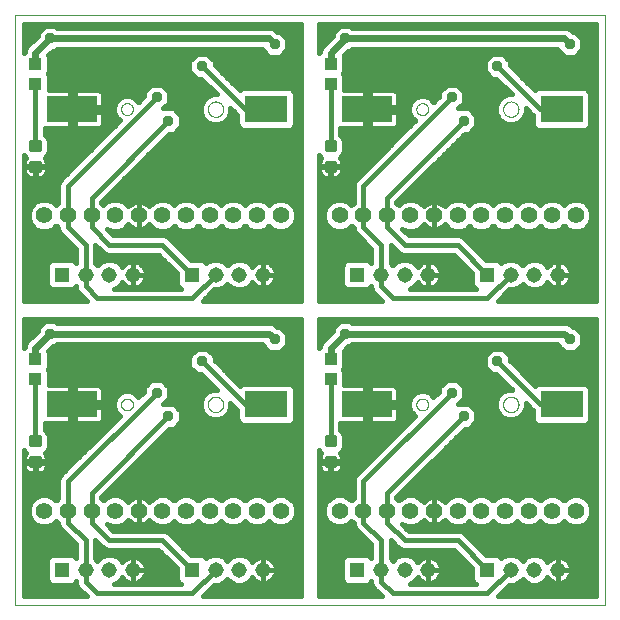
<source format=gtl>
G75*
%MOIN*%
%OFA0B0*%
%FSLAX25Y25*%
%IPPOS*%
%LPD*%
%AMOC8*
5,1,8,0,0,1.08239X$1,22.5*
%
%ADD10C,0.00000*%
%ADD11R,0.05150X0.05150*%
%ADD12C,0.05150*%
%ADD13C,0.05600*%
%ADD14R,0.16929X0.09055*%
%ADD15R,0.14409X0.09055*%
%ADD16C,0.01181*%
%ADD17R,0.03937X0.04331*%
%ADD18C,0.01600*%
%ADD19OC8,0.03562*%
%ADD20C,0.02400*%
D10*
X0001500Y0006189D02*
X0001500Y0203039D01*
X0198350Y0203039D01*
X0198350Y0006189D01*
X0001500Y0006189D01*
X0036933Y0073118D02*
X0036935Y0073206D01*
X0036941Y0073294D01*
X0036951Y0073382D01*
X0036965Y0073470D01*
X0036982Y0073556D01*
X0037004Y0073642D01*
X0037029Y0073726D01*
X0037059Y0073810D01*
X0037091Y0073892D01*
X0037128Y0073972D01*
X0037168Y0074051D01*
X0037212Y0074128D01*
X0037259Y0074203D01*
X0037309Y0074275D01*
X0037363Y0074346D01*
X0037419Y0074413D01*
X0037479Y0074479D01*
X0037541Y0074541D01*
X0037607Y0074601D01*
X0037674Y0074657D01*
X0037745Y0074711D01*
X0037817Y0074761D01*
X0037892Y0074808D01*
X0037969Y0074852D01*
X0038048Y0074892D01*
X0038128Y0074929D01*
X0038210Y0074961D01*
X0038294Y0074991D01*
X0038378Y0075016D01*
X0038464Y0075038D01*
X0038550Y0075055D01*
X0038638Y0075069D01*
X0038726Y0075079D01*
X0038814Y0075085D01*
X0038902Y0075087D01*
X0038990Y0075085D01*
X0039078Y0075079D01*
X0039166Y0075069D01*
X0039254Y0075055D01*
X0039340Y0075038D01*
X0039426Y0075016D01*
X0039510Y0074991D01*
X0039594Y0074961D01*
X0039676Y0074929D01*
X0039756Y0074892D01*
X0039835Y0074852D01*
X0039912Y0074808D01*
X0039987Y0074761D01*
X0040059Y0074711D01*
X0040130Y0074657D01*
X0040197Y0074601D01*
X0040263Y0074541D01*
X0040325Y0074479D01*
X0040385Y0074413D01*
X0040441Y0074346D01*
X0040495Y0074275D01*
X0040545Y0074203D01*
X0040592Y0074128D01*
X0040636Y0074051D01*
X0040676Y0073972D01*
X0040713Y0073892D01*
X0040745Y0073810D01*
X0040775Y0073726D01*
X0040800Y0073642D01*
X0040822Y0073556D01*
X0040839Y0073470D01*
X0040853Y0073382D01*
X0040863Y0073294D01*
X0040869Y0073206D01*
X0040871Y0073118D01*
X0040869Y0073030D01*
X0040863Y0072942D01*
X0040853Y0072854D01*
X0040839Y0072766D01*
X0040822Y0072680D01*
X0040800Y0072594D01*
X0040775Y0072510D01*
X0040745Y0072426D01*
X0040713Y0072344D01*
X0040676Y0072264D01*
X0040636Y0072185D01*
X0040592Y0072108D01*
X0040545Y0072033D01*
X0040495Y0071961D01*
X0040441Y0071890D01*
X0040385Y0071823D01*
X0040325Y0071757D01*
X0040263Y0071695D01*
X0040197Y0071635D01*
X0040130Y0071579D01*
X0040059Y0071525D01*
X0039987Y0071475D01*
X0039912Y0071428D01*
X0039835Y0071384D01*
X0039756Y0071344D01*
X0039676Y0071307D01*
X0039594Y0071275D01*
X0039510Y0071245D01*
X0039426Y0071220D01*
X0039340Y0071198D01*
X0039254Y0071181D01*
X0039166Y0071167D01*
X0039078Y0071157D01*
X0038990Y0071151D01*
X0038902Y0071149D01*
X0038814Y0071151D01*
X0038726Y0071157D01*
X0038638Y0071167D01*
X0038550Y0071181D01*
X0038464Y0071198D01*
X0038378Y0071220D01*
X0038294Y0071245D01*
X0038210Y0071275D01*
X0038128Y0071307D01*
X0038048Y0071344D01*
X0037969Y0071384D01*
X0037892Y0071428D01*
X0037817Y0071475D01*
X0037745Y0071525D01*
X0037674Y0071579D01*
X0037607Y0071635D01*
X0037541Y0071695D01*
X0037479Y0071757D01*
X0037419Y0071823D01*
X0037363Y0071890D01*
X0037309Y0071961D01*
X0037259Y0072033D01*
X0037212Y0072108D01*
X0037168Y0072185D01*
X0037128Y0072264D01*
X0037091Y0072344D01*
X0037059Y0072426D01*
X0037029Y0072510D01*
X0037004Y0072594D01*
X0036982Y0072680D01*
X0036965Y0072766D01*
X0036951Y0072854D01*
X0036941Y0072942D01*
X0036935Y0073030D01*
X0036933Y0073118D01*
X0065870Y0073118D02*
X0065872Y0073219D01*
X0065878Y0073320D01*
X0065888Y0073421D01*
X0065902Y0073521D01*
X0065920Y0073620D01*
X0065942Y0073719D01*
X0065967Y0073817D01*
X0065997Y0073914D01*
X0066030Y0074009D01*
X0066067Y0074103D01*
X0066108Y0074196D01*
X0066152Y0074287D01*
X0066200Y0074376D01*
X0066252Y0074463D01*
X0066307Y0074548D01*
X0066365Y0074630D01*
X0066426Y0074711D01*
X0066491Y0074789D01*
X0066558Y0074864D01*
X0066628Y0074936D01*
X0066702Y0075006D01*
X0066778Y0075073D01*
X0066856Y0075137D01*
X0066937Y0075197D01*
X0067020Y0075254D01*
X0067106Y0075308D01*
X0067194Y0075359D01*
X0067283Y0075406D01*
X0067374Y0075450D01*
X0067467Y0075489D01*
X0067562Y0075526D01*
X0067657Y0075558D01*
X0067754Y0075587D01*
X0067853Y0075611D01*
X0067951Y0075632D01*
X0068051Y0075649D01*
X0068151Y0075662D01*
X0068252Y0075671D01*
X0068353Y0075676D01*
X0068454Y0075677D01*
X0068555Y0075674D01*
X0068656Y0075667D01*
X0068757Y0075656D01*
X0068857Y0075641D01*
X0068956Y0075622D01*
X0069055Y0075599D01*
X0069152Y0075573D01*
X0069249Y0075542D01*
X0069344Y0075508D01*
X0069437Y0075470D01*
X0069530Y0075428D01*
X0069620Y0075383D01*
X0069709Y0075334D01*
X0069795Y0075282D01*
X0069879Y0075226D01*
X0069962Y0075167D01*
X0070041Y0075105D01*
X0070119Y0075040D01*
X0070193Y0074972D01*
X0070265Y0074900D01*
X0070334Y0074827D01*
X0070400Y0074750D01*
X0070463Y0074671D01*
X0070523Y0074589D01*
X0070579Y0074505D01*
X0070632Y0074419D01*
X0070682Y0074331D01*
X0070728Y0074241D01*
X0070771Y0074150D01*
X0070810Y0074056D01*
X0070845Y0073961D01*
X0070876Y0073865D01*
X0070904Y0073768D01*
X0070928Y0073670D01*
X0070948Y0073571D01*
X0070964Y0073471D01*
X0070976Y0073370D01*
X0070984Y0073270D01*
X0070988Y0073169D01*
X0070988Y0073067D01*
X0070984Y0072966D01*
X0070976Y0072866D01*
X0070964Y0072765D01*
X0070948Y0072665D01*
X0070928Y0072566D01*
X0070904Y0072468D01*
X0070876Y0072371D01*
X0070845Y0072275D01*
X0070810Y0072180D01*
X0070771Y0072086D01*
X0070728Y0071995D01*
X0070682Y0071905D01*
X0070632Y0071817D01*
X0070579Y0071731D01*
X0070523Y0071647D01*
X0070463Y0071565D01*
X0070400Y0071486D01*
X0070334Y0071409D01*
X0070265Y0071336D01*
X0070193Y0071264D01*
X0070119Y0071196D01*
X0070041Y0071131D01*
X0069962Y0071069D01*
X0069879Y0071010D01*
X0069795Y0070954D01*
X0069708Y0070902D01*
X0069620Y0070853D01*
X0069530Y0070808D01*
X0069437Y0070766D01*
X0069344Y0070728D01*
X0069249Y0070694D01*
X0069152Y0070663D01*
X0069055Y0070637D01*
X0068956Y0070614D01*
X0068857Y0070595D01*
X0068757Y0070580D01*
X0068656Y0070569D01*
X0068555Y0070562D01*
X0068454Y0070559D01*
X0068353Y0070560D01*
X0068252Y0070565D01*
X0068151Y0070574D01*
X0068051Y0070587D01*
X0067951Y0070604D01*
X0067853Y0070625D01*
X0067754Y0070649D01*
X0067657Y0070678D01*
X0067562Y0070710D01*
X0067467Y0070747D01*
X0067374Y0070786D01*
X0067283Y0070830D01*
X0067194Y0070877D01*
X0067106Y0070928D01*
X0067020Y0070982D01*
X0066937Y0071039D01*
X0066856Y0071099D01*
X0066778Y0071163D01*
X0066702Y0071230D01*
X0066628Y0071300D01*
X0066558Y0071372D01*
X0066491Y0071447D01*
X0066426Y0071525D01*
X0066365Y0071606D01*
X0066307Y0071688D01*
X0066252Y0071773D01*
X0066200Y0071860D01*
X0066152Y0071949D01*
X0066108Y0072040D01*
X0066067Y0072133D01*
X0066030Y0072227D01*
X0065997Y0072322D01*
X0065967Y0072419D01*
X0065942Y0072517D01*
X0065920Y0072616D01*
X0065902Y0072715D01*
X0065888Y0072815D01*
X0065878Y0072916D01*
X0065872Y0073017D01*
X0065870Y0073118D01*
X0135358Y0073118D02*
X0135360Y0073206D01*
X0135366Y0073294D01*
X0135376Y0073382D01*
X0135390Y0073470D01*
X0135407Y0073556D01*
X0135429Y0073642D01*
X0135454Y0073726D01*
X0135484Y0073810D01*
X0135516Y0073892D01*
X0135553Y0073972D01*
X0135593Y0074051D01*
X0135637Y0074128D01*
X0135684Y0074203D01*
X0135734Y0074275D01*
X0135788Y0074346D01*
X0135844Y0074413D01*
X0135904Y0074479D01*
X0135966Y0074541D01*
X0136032Y0074601D01*
X0136099Y0074657D01*
X0136170Y0074711D01*
X0136242Y0074761D01*
X0136317Y0074808D01*
X0136394Y0074852D01*
X0136473Y0074892D01*
X0136553Y0074929D01*
X0136635Y0074961D01*
X0136719Y0074991D01*
X0136803Y0075016D01*
X0136889Y0075038D01*
X0136975Y0075055D01*
X0137063Y0075069D01*
X0137151Y0075079D01*
X0137239Y0075085D01*
X0137327Y0075087D01*
X0137415Y0075085D01*
X0137503Y0075079D01*
X0137591Y0075069D01*
X0137679Y0075055D01*
X0137765Y0075038D01*
X0137851Y0075016D01*
X0137935Y0074991D01*
X0138019Y0074961D01*
X0138101Y0074929D01*
X0138181Y0074892D01*
X0138260Y0074852D01*
X0138337Y0074808D01*
X0138412Y0074761D01*
X0138484Y0074711D01*
X0138555Y0074657D01*
X0138622Y0074601D01*
X0138688Y0074541D01*
X0138750Y0074479D01*
X0138810Y0074413D01*
X0138866Y0074346D01*
X0138920Y0074275D01*
X0138970Y0074203D01*
X0139017Y0074128D01*
X0139061Y0074051D01*
X0139101Y0073972D01*
X0139138Y0073892D01*
X0139170Y0073810D01*
X0139200Y0073726D01*
X0139225Y0073642D01*
X0139247Y0073556D01*
X0139264Y0073470D01*
X0139278Y0073382D01*
X0139288Y0073294D01*
X0139294Y0073206D01*
X0139296Y0073118D01*
X0139294Y0073030D01*
X0139288Y0072942D01*
X0139278Y0072854D01*
X0139264Y0072766D01*
X0139247Y0072680D01*
X0139225Y0072594D01*
X0139200Y0072510D01*
X0139170Y0072426D01*
X0139138Y0072344D01*
X0139101Y0072264D01*
X0139061Y0072185D01*
X0139017Y0072108D01*
X0138970Y0072033D01*
X0138920Y0071961D01*
X0138866Y0071890D01*
X0138810Y0071823D01*
X0138750Y0071757D01*
X0138688Y0071695D01*
X0138622Y0071635D01*
X0138555Y0071579D01*
X0138484Y0071525D01*
X0138412Y0071475D01*
X0138337Y0071428D01*
X0138260Y0071384D01*
X0138181Y0071344D01*
X0138101Y0071307D01*
X0138019Y0071275D01*
X0137935Y0071245D01*
X0137851Y0071220D01*
X0137765Y0071198D01*
X0137679Y0071181D01*
X0137591Y0071167D01*
X0137503Y0071157D01*
X0137415Y0071151D01*
X0137327Y0071149D01*
X0137239Y0071151D01*
X0137151Y0071157D01*
X0137063Y0071167D01*
X0136975Y0071181D01*
X0136889Y0071198D01*
X0136803Y0071220D01*
X0136719Y0071245D01*
X0136635Y0071275D01*
X0136553Y0071307D01*
X0136473Y0071344D01*
X0136394Y0071384D01*
X0136317Y0071428D01*
X0136242Y0071475D01*
X0136170Y0071525D01*
X0136099Y0071579D01*
X0136032Y0071635D01*
X0135966Y0071695D01*
X0135904Y0071757D01*
X0135844Y0071823D01*
X0135788Y0071890D01*
X0135734Y0071961D01*
X0135684Y0072033D01*
X0135637Y0072108D01*
X0135593Y0072185D01*
X0135553Y0072264D01*
X0135516Y0072344D01*
X0135484Y0072426D01*
X0135454Y0072510D01*
X0135429Y0072594D01*
X0135407Y0072680D01*
X0135390Y0072766D01*
X0135376Y0072854D01*
X0135366Y0072942D01*
X0135360Y0073030D01*
X0135358Y0073118D01*
X0164295Y0073118D02*
X0164297Y0073219D01*
X0164303Y0073320D01*
X0164313Y0073421D01*
X0164327Y0073521D01*
X0164345Y0073620D01*
X0164367Y0073719D01*
X0164392Y0073817D01*
X0164422Y0073914D01*
X0164455Y0074009D01*
X0164492Y0074103D01*
X0164533Y0074196D01*
X0164577Y0074287D01*
X0164625Y0074376D01*
X0164677Y0074463D01*
X0164732Y0074548D01*
X0164790Y0074630D01*
X0164851Y0074711D01*
X0164916Y0074789D01*
X0164983Y0074864D01*
X0165053Y0074936D01*
X0165127Y0075006D01*
X0165203Y0075073D01*
X0165281Y0075137D01*
X0165362Y0075197D01*
X0165445Y0075254D01*
X0165531Y0075308D01*
X0165619Y0075359D01*
X0165708Y0075406D01*
X0165799Y0075450D01*
X0165892Y0075489D01*
X0165987Y0075526D01*
X0166082Y0075558D01*
X0166179Y0075587D01*
X0166278Y0075611D01*
X0166376Y0075632D01*
X0166476Y0075649D01*
X0166576Y0075662D01*
X0166677Y0075671D01*
X0166778Y0075676D01*
X0166879Y0075677D01*
X0166980Y0075674D01*
X0167081Y0075667D01*
X0167182Y0075656D01*
X0167282Y0075641D01*
X0167381Y0075622D01*
X0167480Y0075599D01*
X0167577Y0075573D01*
X0167674Y0075542D01*
X0167769Y0075508D01*
X0167862Y0075470D01*
X0167955Y0075428D01*
X0168045Y0075383D01*
X0168134Y0075334D01*
X0168220Y0075282D01*
X0168304Y0075226D01*
X0168387Y0075167D01*
X0168466Y0075105D01*
X0168544Y0075040D01*
X0168618Y0074972D01*
X0168690Y0074900D01*
X0168759Y0074827D01*
X0168825Y0074750D01*
X0168888Y0074671D01*
X0168948Y0074589D01*
X0169004Y0074505D01*
X0169057Y0074419D01*
X0169107Y0074331D01*
X0169153Y0074241D01*
X0169196Y0074150D01*
X0169235Y0074056D01*
X0169270Y0073961D01*
X0169301Y0073865D01*
X0169329Y0073768D01*
X0169353Y0073670D01*
X0169373Y0073571D01*
X0169389Y0073471D01*
X0169401Y0073370D01*
X0169409Y0073270D01*
X0169413Y0073169D01*
X0169413Y0073067D01*
X0169409Y0072966D01*
X0169401Y0072866D01*
X0169389Y0072765D01*
X0169373Y0072665D01*
X0169353Y0072566D01*
X0169329Y0072468D01*
X0169301Y0072371D01*
X0169270Y0072275D01*
X0169235Y0072180D01*
X0169196Y0072086D01*
X0169153Y0071995D01*
X0169107Y0071905D01*
X0169057Y0071817D01*
X0169004Y0071731D01*
X0168948Y0071647D01*
X0168888Y0071565D01*
X0168825Y0071486D01*
X0168759Y0071409D01*
X0168690Y0071336D01*
X0168618Y0071264D01*
X0168544Y0071196D01*
X0168466Y0071131D01*
X0168387Y0071069D01*
X0168304Y0071010D01*
X0168220Y0070954D01*
X0168133Y0070902D01*
X0168045Y0070853D01*
X0167955Y0070808D01*
X0167862Y0070766D01*
X0167769Y0070728D01*
X0167674Y0070694D01*
X0167577Y0070663D01*
X0167480Y0070637D01*
X0167381Y0070614D01*
X0167282Y0070595D01*
X0167182Y0070580D01*
X0167081Y0070569D01*
X0166980Y0070562D01*
X0166879Y0070559D01*
X0166778Y0070560D01*
X0166677Y0070565D01*
X0166576Y0070574D01*
X0166476Y0070587D01*
X0166376Y0070604D01*
X0166278Y0070625D01*
X0166179Y0070649D01*
X0166082Y0070678D01*
X0165987Y0070710D01*
X0165892Y0070747D01*
X0165799Y0070786D01*
X0165708Y0070830D01*
X0165619Y0070877D01*
X0165531Y0070928D01*
X0165445Y0070982D01*
X0165362Y0071039D01*
X0165281Y0071099D01*
X0165203Y0071163D01*
X0165127Y0071230D01*
X0165053Y0071300D01*
X0164983Y0071372D01*
X0164916Y0071447D01*
X0164851Y0071525D01*
X0164790Y0071606D01*
X0164732Y0071688D01*
X0164677Y0071773D01*
X0164625Y0071860D01*
X0164577Y0071949D01*
X0164533Y0072040D01*
X0164492Y0072133D01*
X0164455Y0072227D01*
X0164422Y0072322D01*
X0164392Y0072419D01*
X0164367Y0072517D01*
X0164345Y0072616D01*
X0164327Y0072715D01*
X0164313Y0072815D01*
X0164303Y0072916D01*
X0164297Y0073017D01*
X0164295Y0073118D01*
X0164295Y0171543D02*
X0164297Y0171644D01*
X0164303Y0171745D01*
X0164313Y0171846D01*
X0164327Y0171946D01*
X0164345Y0172045D01*
X0164367Y0172144D01*
X0164392Y0172242D01*
X0164422Y0172339D01*
X0164455Y0172434D01*
X0164492Y0172528D01*
X0164533Y0172621D01*
X0164577Y0172712D01*
X0164625Y0172801D01*
X0164677Y0172888D01*
X0164732Y0172973D01*
X0164790Y0173055D01*
X0164851Y0173136D01*
X0164916Y0173214D01*
X0164983Y0173289D01*
X0165053Y0173361D01*
X0165127Y0173431D01*
X0165203Y0173498D01*
X0165281Y0173562D01*
X0165362Y0173622D01*
X0165445Y0173679D01*
X0165531Y0173733D01*
X0165619Y0173784D01*
X0165708Y0173831D01*
X0165799Y0173875D01*
X0165892Y0173914D01*
X0165987Y0173951D01*
X0166082Y0173983D01*
X0166179Y0174012D01*
X0166278Y0174036D01*
X0166376Y0174057D01*
X0166476Y0174074D01*
X0166576Y0174087D01*
X0166677Y0174096D01*
X0166778Y0174101D01*
X0166879Y0174102D01*
X0166980Y0174099D01*
X0167081Y0174092D01*
X0167182Y0174081D01*
X0167282Y0174066D01*
X0167381Y0174047D01*
X0167480Y0174024D01*
X0167577Y0173998D01*
X0167674Y0173967D01*
X0167769Y0173933D01*
X0167862Y0173895D01*
X0167955Y0173853D01*
X0168045Y0173808D01*
X0168134Y0173759D01*
X0168220Y0173707D01*
X0168304Y0173651D01*
X0168387Y0173592D01*
X0168466Y0173530D01*
X0168544Y0173465D01*
X0168618Y0173397D01*
X0168690Y0173325D01*
X0168759Y0173252D01*
X0168825Y0173175D01*
X0168888Y0173096D01*
X0168948Y0173014D01*
X0169004Y0172930D01*
X0169057Y0172844D01*
X0169107Y0172756D01*
X0169153Y0172666D01*
X0169196Y0172575D01*
X0169235Y0172481D01*
X0169270Y0172386D01*
X0169301Y0172290D01*
X0169329Y0172193D01*
X0169353Y0172095D01*
X0169373Y0171996D01*
X0169389Y0171896D01*
X0169401Y0171795D01*
X0169409Y0171695D01*
X0169413Y0171594D01*
X0169413Y0171492D01*
X0169409Y0171391D01*
X0169401Y0171291D01*
X0169389Y0171190D01*
X0169373Y0171090D01*
X0169353Y0170991D01*
X0169329Y0170893D01*
X0169301Y0170796D01*
X0169270Y0170700D01*
X0169235Y0170605D01*
X0169196Y0170511D01*
X0169153Y0170420D01*
X0169107Y0170330D01*
X0169057Y0170242D01*
X0169004Y0170156D01*
X0168948Y0170072D01*
X0168888Y0169990D01*
X0168825Y0169911D01*
X0168759Y0169834D01*
X0168690Y0169761D01*
X0168618Y0169689D01*
X0168544Y0169621D01*
X0168466Y0169556D01*
X0168387Y0169494D01*
X0168304Y0169435D01*
X0168220Y0169379D01*
X0168133Y0169327D01*
X0168045Y0169278D01*
X0167955Y0169233D01*
X0167862Y0169191D01*
X0167769Y0169153D01*
X0167674Y0169119D01*
X0167577Y0169088D01*
X0167480Y0169062D01*
X0167381Y0169039D01*
X0167282Y0169020D01*
X0167182Y0169005D01*
X0167081Y0168994D01*
X0166980Y0168987D01*
X0166879Y0168984D01*
X0166778Y0168985D01*
X0166677Y0168990D01*
X0166576Y0168999D01*
X0166476Y0169012D01*
X0166376Y0169029D01*
X0166278Y0169050D01*
X0166179Y0169074D01*
X0166082Y0169103D01*
X0165987Y0169135D01*
X0165892Y0169172D01*
X0165799Y0169211D01*
X0165708Y0169255D01*
X0165619Y0169302D01*
X0165531Y0169353D01*
X0165445Y0169407D01*
X0165362Y0169464D01*
X0165281Y0169524D01*
X0165203Y0169588D01*
X0165127Y0169655D01*
X0165053Y0169725D01*
X0164983Y0169797D01*
X0164916Y0169872D01*
X0164851Y0169950D01*
X0164790Y0170031D01*
X0164732Y0170113D01*
X0164677Y0170198D01*
X0164625Y0170285D01*
X0164577Y0170374D01*
X0164533Y0170465D01*
X0164492Y0170558D01*
X0164455Y0170652D01*
X0164422Y0170747D01*
X0164392Y0170844D01*
X0164367Y0170942D01*
X0164345Y0171041D01*
X0164327Y0171140D01*
X0164313Y0171240D01*
X0164303Y0171341D01*
X0164297Y0171442D01*
X0164295Y0171543D01*
X0135358Y0171543D02*
X0135360Y0171631D01*
X0135366Y0171719D01*
X0135376Y0171807D01*
X0135390Y0171895D01*
X0135407Y0171981D01*
X0135429Y0172067D01*
X0135454Y0172151D01*
X0135484Y0172235D01*
X0135516Y0172317D01*
X0135553Y0172397D01*
X0135593Y0172476D01*
X0135637Y0172553D01*
X0135684Y0172628D01*
X0135734Y0172700D01*
X0135788Y0172771D01*
X0135844Y0172838D01*
X0135904Y0172904D01*
X0135966Y0172966D01*
X0136032Y0173026D01*
X0136099Y0173082D01*
X0136170Y0173136D01*
X0136242Y0173186D01*
X0136317Y0173233D01*
X0136394Y0173277D01*
X0136473Y0173317D01*
X0136553Y0173354D01*
X0136635Y0173386D01*
X0136719Y0173416D01*
X0136803Y0173441D01*
X0136889Y0173463D01*
X0136975Y0173480D01*
X0137063Y0173494D01*
X0137151Y0173504D01*
X0137239Y0173510D01*
X0137327Y0173512D01*
X0137415Y0173510D01*
X0137503Y0173504D01*
X0137591Y0173494D01*
X0137679Y0173480D01*
X0137765Y0173463D01*
X0137851Y0173441D01*
X0137935Y0173416D01*
X0138019Y0173386D01*
X0138101Y0173354D01*
X0138181Y0173317D01*
X0138260Y0173277D01*
X0138337Y0173233D01*
X0138412Y0173186D01*
X0138484Y0173136D01*
X0138555Y0173082D01*
X0138622Y0173026D01*
X0138688Y0172966D01*
X0138750Y0172904D01*
X0138810Y0172838D01*
X0138866Y0172771D01*
X0138920Y0172700D01*
X0138970Y0172628D01*
X0139017Y0172553D01*
X0139061Y0172476D01*
X0139101Y0172397D01*
X0139138Y0172317D01*
X0139170Y0172235D01*
X0139200Y0172151D01*
X0139225Y0172067D01*
X0139247Y0171981D01*
X0139264Y0171895D01*
X0139278Y0171807D01*
X0139288Y0171719D01*
X0139294Y0171631D01*
X0139296Y0171543D01*
X0139294Y0171455D01*
X0139288Y0171367D01*
X0139278Y0171279D01*
X0139264Y0171191D01*
X0139247Y0171105D01*
X0139225Y0171019D01*
X0139200Y0170935D01*
X0139170Y0170851D01*
X0139138Y0170769D01*
X0139101Y0170689D01*
X0139061Y0170610D01*
X0139017Y0170533D01*
X0138970Y0170458D01*
X0138920Y0170386D01*
X0138866Y0170315D01*
X0138810Y0170248D01*
X0138750Y0170182D01*
X0138688Y0170120D01*
X0138622Y0170060D01*
X0138555Y0170004D01*
X0138484Y0169950D01*
X0138412Y0169900D01*
X0138337Y0169853D01*
X0138260Y0169809D01*
X0138181Y0169769D01*
X0138101Y0169732D01*
X0138019Y0169700D01*
X0137935Y0169670D01*
X0137851Y0169645D01*
X0137765Y0169623D01*
X0137679Y0169606D01*
X0137591Y0169592D01*
X0137503Y0169582D01*
X0137415Y0169576D01*
X0137327Y0169574D01*
X0137239Y0169576D01*
X0137151Y0169582D01*
X0137063Y0169592D01*
X0136975Y0169606D01*
X0136889Y0169623D01*
X0136803Y0169645D01*
X0136719Y0169670D01*
X0136635Y0169700D01*
X0136553Y0169732D01*
X0136473Y0169769D01*
X0136394Y0169809D01*
X0136317Y0169853D01*
X0136242Y0169900D01*
X0136170Y0169950D01*
X0136099Y0170004D01*
X0136032Y0170060D01*
X0135966Y0170120D01*
X0135904Y0170182D01*
X0135844Y0170248D01*
X0135788Y0170315D01*
X0135734Y0170386D01*
X0135684Y0170458D01*
X0135637Y0170533D01*
X0135593Y0170610D01*
X0135553Y0170689D01*
X0135516Y0170769D01*
X0135484Y0170851D01*
X0135454Y0170935D01*
X0135429Y0171019D01*
X0135407Y0171105D01*
X0135390Y0171191D01*
X0135376Y0171279D01*
X0135366Y0171367D01*
X0135360Y0171455D01*
X0135358Y0171543D01*
X0065870Y0171543D02*
X0065872Y0171644D01*
X0065878Y0171745D01*
X0065888Y0171846D01*
X0065902Y0171946D01*
X0065920Y0172045D01*
X0065942Y0172144D01*
X0065967Y0172242D01*
X0065997Y0172339D01*
X0066030Y0172434D01*
X0066067Y0172528D01*
X0066108Y0172621D01*
X0066152Y0172712D01*
X0066200Y0172801D01*
X0066252Y0172888D01*
X0066307Y0172973D01*
X0066365Y0173055D01*
X0066426Y0173136D01*
X0066491Y0173214D01*
X0066558Y0173289D01*
X0066628Y0173361D01*
X0066702Y0173431D01*
X0066778Y0173498D01*
X0066856Y0173562D01*
X0066937Y0173622D01*
X0067020Y0173679D01*
X0067106Y0173733D01*
X0067194Y0173784D01*
X0067283Y0173831D01*
X0067374Y0173875D01*
X0067467Y0173914D01*
X0067562Y0173951D01*
X0067657Y0173983D01*
X0067754Y0174012D01*
X0067853Y0174036D01*
X0067951Y0174057D01*
X0068051Y0174074D01*
X0068151Y0174087D01*
X0068252Y0174096D01*
X0068353Y0174101D01*
X0068454Y0174102D01*
X0068555Y0174099D01*
X0068656Y0174092D01*
X0068757Y0174081D01*
X0068857Y0174066D01*
X0068956Y0174047D01*
X0069055Y0174024D01*
X0069152Y0173998D01*
X0069249Y0173967D01*
X0069344Y0173933D01*
X0069437Y0173895D01*
X0069530Y0173853D01*
X0069620Y0173808D01*
X0069709Y0173759D01*
X0069795Y0173707D01*
X0069879Y0173651D01*
X0069962Y0173592D01*
X0070041Y0173530D01*
X0070119Y0173465D01*
X0070193Y0173397D01*
X0070265Y0173325D01*
X0070334Y0173252D01*
X0070400Y0173175D01*
X0070463Y0173096D01*
X0070523Y0173014D01*
X0070579Y0172930D01*
X0070632Y0172844D01*
X0070682Y0172756D01*
X0070728Y0172666D01*
X0070771Y0172575D01*
X0070810Y0172481D01*
X0070845Y0172386D01*
X0070876Y0172290D01*
X0070904Y0172193D01*
X0070928Y0172095D01*
X0070948Y0171996D01*
X0070964Y0171896D01*
X0070976Y0171795D01*
X0070984Y0171695D01*
X0070988Y0171594D01*
X0070988Y0171492D01*
X0070984Y0171391D01*
X0070976Y0171291D01*
X0070964Y0171190D01*
X0070948Y0171090D01*
X0070928Y0170991D01*
X0070904Y0170893D01*
X0070876Y0170796D01*
X0070845Y0170700D01*
X0070810Y0170605D01*
X0070771Y0170511D01*
X0070728Y0170420D01*
X0070682Y0170330D01*
X0070632Y0170242D01*
X0070579Y0170156D01*
X0070523Y0170072D01*
X0070463Y0169990D01*
X0070400Y0169911D01*
X0070334Y0169834D01*
X0070265Y0169761D01*
X0070193Y0169689D01*
X0070119Y0169621D01*
X0070041Y0169556D01*
X0069962Y0169494D01*
X0069879Y0169435D01*
X0069795Y0169379D01*
X0069708Y0169327D01*
X0069620Y0169278D01*
X0069530Y0169233D01*
X0069437Y0169191D01*
X0069344Y0169153D01*
X0069249Y0169119D01*
X0069152Y0169088D01*
X0069055Y0169062D01*
X0068956Y0169039D01*
X0068857Y0169020D01*
X0068757Y0169005D01*
X0068656Y0168994D01*
X0068555Y0168987D01*
X0068454Y0168984D01*
X0068353Y0168985D01*
X0068252Y0168990D01*
X0068151Y0168999D01*
X0068051Y0169012D01*
X0067951Y0169029D01*
X0067853Y0169050D01*
X0067754Y0169074D01*
X0067657Y0169103D01*
X0067562Y0169135D01*
X0067467Y0169172D01*
X0067374Y0169211D01*
X0067283Y0169255D01*
X0067194Y0169302D01*
X0067106Y0169353D01*
X0067020Y0169407D01*
X0066937Y0169464D01*
X0066856Y0169524D01*
X0066778Y0169588D01*
X0066702Y0169655D01*
X0066628Y0169725D01*
X0066558Y0169797D01*
X0066491Y0169872D01*
X0066426Y0169950D01*
X0066365Y0170031D01*
X0066307Y0170113D01*
X0066252Y0170198D01*
X0066200Y0170285D01*
X0066152Y0170374D01*
X0066108Y0170465D01*
X0066067Y0170558D01*
X0066030Y0170652D01*
X0065997Y0170747D01*
X0065967Y0170844D01*
X0065942Y0170942D01*
X0065920Y0171041D01*
X0065902Y0171140D01*
X0065888Y0171240D01*
X0065878Y0171341D01*
X0065872Y0171442D01*
X0065870Y0171543D01*
X0036933Y0171543D02*
X0036935Y0171631D01*
X0036941Y0171719D01*
X0036951Y0171807D01*
X0036965Y0171895D01*
X0036982Y0171981D01*
X0037004Y0172067D01*
X0037029Y0172151D01*
X0037059Y0172235D01*
X0037091Y0172317D01*
X0037128Y0172397D01*
X0037168Y0172476D01*
X0037212Y0172553D01*
X0037259Y0172628D01*
X0037309Y0172700D01*
X0037363Y0172771D01*
X0037419Y0172838D01*
X0037479Y0172904D01*
X0037541Y0172966D01*
X0037607Y0173026D01*
X0037674Y0173082D01*
X0037745Y0173136D01*
X0037817Y0173186D01*
X0037892Y0173233D01*
X0037969Y0173277D01*
X0038048Y0173317D01*
X0038128Y0173354D01*
X0038210Y0173386D01*
X0038294Y0173416D01*
X0038378Y0173441D01*
X0038464Y0173463D01*
X0038550Y0173480D01*
X0038638Y0173494D01*
X0038726Y0173504D01*
X0038814Y0173510D01*
X0038902Y0173512D01*
X0038990Y0173510D01*
X0039078Y0173504D01*
X0039166Y0173494D01*
X0039254Y0173480D01*
X0039340Y0173463D01*
X0039426Y0173441D01*
X0039510Y0173416D01*
X0039594Y0173386D01*
X0039676Y0173354D01*
X0039756Y0173317D01*
X0039835Y0173277D01*
X0039912Y0173233D01*
X0039987Y0173186D01*
X0040059Y0173136D01*
X0040130Y0173082D01*
X0040197Y0173026D01*
X0040263Y0172966D01*
X0040325Y0172904D01*
X0040385Y0172838D01*
X0040441Y0172771D01*
X0040495Y0172700D01*
X0040545Y0172628D01*
X0040592Y0172553D01*
X0040636Y0172476D01*
X0040676Y0172397D01*
X0040713Y0172317D01*
X0040745Y0172235D01*
X0040775Y0172151D01*
X0040800Y0172067D01*
X0040822Y0171981D01*
X0040839Y0171895D01*
X0040853Y0171807D01*
X0040863Y0171719D01*
X0040869Y0171631D01*
X0040871Y0171543D01*
X0040869Y0171455D01*
X0040863Y0171367D01*
X0040853Y0171279D01*
X0040839Y0171191D01*
X0040822Y0171105D01*
X0040800Y0171019D01*
X0040775Y0170935D01*
X0040745Y0170851D01*
X0040713Y0170769D01*
X0040676Y0170689D01*
X0040636Y0170610D01*
X0040592Y0170533D01*
X0040545Y0170458D01*
X0040495Y0170386D01*
X0040441Y0170315D01*
X0040385Y0170248D01*
X0040325Y0170182D01*
X0040263Y0170120D01*
X0040197Y0170060D01*
X0040130Y0170004D01*
X0040059Y0169950D01*
X0039987Y0169900D01*
X0039912Y0169853D01*
X0039835Y0169809D01*
X0039756Y0169769D01*
X0039676Y0169732D01*
X0039594Y0169700D01*
X0039510Y0169670D01*
X0039426Y0169645D01*
X0039340Y0169623D01*
X0039254Y0169606D01*
X0039166Y0169592D01*
X0039078Y0169582D01*
X0038990Y0169576D01*
X0038902Y0169574D01*
X0038814Y0169576D01*
X0038726Y0169582D01*
X0038638Y0169592D01*
X0038550Y0169606D01*
X0038464Y0169623D01*
X0038378Y0169645D01*
X0038294Y0169670D01*
X0038210Y0169700D01*
X0038128Y0169732D01*
X0038048Y0169769D01*
X0037969Y0169809D01*
X0037892Y0169853D01*
X0037817Y0169900D01*
X0037745Y0169950D01*
X0037674Y0170004D01*
X0037607Y0170060D01*
X0037541Y0170120D01*
X0037479Y0170182D01*
X0037419Y0170248D01*
X0037363Y0170315D01*
X0037309Y0170386D01*
X0037259Y0170458D01*
X0037212Y0170533D01*
X0037168Y0170610D01*
X0037128Y0170689D01*
X0037091Y0170769D01*
X0037059Y0170851D01*
X0037029Y0170935D01*
X0037004Y0171019D01*
X0036982Y0171105D01*
X0036965Y0171191D01*
X0036951Y0171279D01*
X0036941Y0171367D01*
X0036935Y0171455D01*
X0036933Y0171543D01*
D11*
X0017248Y0116425D03*
X0060555Y0116425D03*
X0115673Y0116425D03*
X0158980Y0116425D03*
X0158980Y0018000D03*
X0115673Y0018000D03*
X0060555Y0018000D03*
X0017248Y0018000D03*
D12*
X0025122Y0018000D03*
X0032996Y0018000D03*
X0040870Y0018000D03*
X0068429Y0018000D03*
X0076303Y0018000D03*
X0084177Y0018000D03*
X0123547Y0018000D03*
X0131421Y0018000D03*
X0139295Y0018000D03*
X0166854Y0018000D03*
X0174728Y0018000D03*
X0182602Y0018000D03*
X0182602Y0116425D03*
X0174728Y0116425D03*
X0166854Y0116425D03*
X0139295Y0116425D03*
X0131421Y0116425D03*
X0123547Y0116425D03*
X0084177Y0116425D03*
X0076303Y0116425D03*
X0068429Y0116425D03*
X0040870Y0116425D03*
X0032996Y0116425D03*
X0025122Y0116425D03*
D13*
X0027091Y0136110D03*
X0034965Y0136110D03*
X0042839Y0136110D03*
X0050713Y0136110D03*
X0058587Y0136110D03*
X0066461Y0136110D03*
X0074335Y0136110D03*
X0082209Y0136110D03*
X0090083Y0136110D03*
X0109768Y0136110D03*
X0117642Y0136110D03*
X0125516Y0136110D03*
X0133390Y0136110D03*
X0141264Y0136110D03*
X0149138Y0136110D03*
X0157012Y0136110D03*
X0164886Y0136110D03*
X0172760Y0136110D03*
X0180634Y0136110D03*
X0188508Y0136110D03*
X0188508Y0037685D03*
X0180634Y0037685D03*
X0172760Y0037685D03*
X0164886Y0037685D03*
X0157012Y0037685D03*
X0149138Y0037685D03*
X0141264Y0037685D03*
X0133390Y0037685D03*
X0125516Y0037685D03*
X0117642Y0037685D03*
X0109768Y0037685D03*
X0090083Y0037685D03*
X0082209Y0037685D03*
X0074335Y0037685D03*
X0066461Y0037685D03*
X0058587Y0037685D03*
X0050713Y0037685D03*
X0042839Y0037685D03*
X0034965Y0037685D03*
X0027091Y0037685D03*
X0019217Y0037685D03*
X0011343Y0037685D03*
X0011343Y0136110D03*
X0019217Y0136110D03*
D14*
X0020611Y0171543D03*
X0020611Y0073118D03*
X0119036Y0073118D03*
X0119036Y0171543D03*
D15*
X0085341Y0171543D03*
X0085341Y0073118D03*
X0183766Y0073118D03*
X0183766Y0171543D03*
D16*
X0108193Y0160626D02*
X0105437Y0160626D01*
X0108193Y0160626D02*
X0108193Y0157870D01*
X0105437Y0157870D01*
X0105437Y0160626D01*
X0105437Y0159050D02*
X0108193Y0159050D01*
X0108193Y0160230D02*
X0105437Y0160230D01*
X0105437Y0153721D02*
X0108193Y0153721D01*
X0108193Y0150965D01*
X0105437Y0150965D01*
X0105437Y0153721D01*
X0105437Y0152145D02*
X0108193Y0152145D01*
X0108193Y0153325D02*
X0105437Y0153325D01*
X0105437Y0062201D02*
X0108193Y0062201D01*
X0108193Y0059445D01*
X0105437Y0059445D01*
X0105437Y0062201D01*
X0105437Y0060625D02*
X0108193Y0060625D01*
X0108193Y0061805D02*
X0105437Y0061805D01*
X0105437Y0055295D02*
X0108193Y0055295D01*
X0108193Y0052539D01*
X0105437Y0052539D01*
X0105437Y0055295D01*
X0105437Y0053719D02*
X0108193Y0053719D01*
X0108193Y0054899D02*
X0105437Y0054899D01*
X0009768Y0055295D02*
X0007012Y0055295D01*
X0009768Y0055295D02*
X0009768Y0052539D01*
X0007012Y0052539D01*
X0007012Y0055295D01*
X0007012Y0053719D02*
X0009768Y0053719D01*
X0009768Y0054899D02*
X0007012Y0054899D01*
X0007012Y0062201D02*
X0009768Y0062201D01*
X0009768Y0059445D01*
X0007012Y0059445D01*
X0007012Y0062201D01*
X0007012Y0060625D02*
X0009768Y0060625D01*
X0009768Y0061805D02*
X0007012Y0061805D01*
X0007012Y0153721D02*
X0009768Y0153721D01*
X0009768Y0150965D01*
X0007012Y0150965D01*
X0007012Y0153721D01*
X0007012Y0152145D02*
X0009768Y0152145D01*
X0009768Y0153325D02*
X0007012Y0153325D01*
X0007012Y0160626D02*
X0009768Y0160626D01*
X0009768Y0157870D01*
X0007012Y0157870D01*
X0007012Y0160626D01*
X0007012Y0159050D02*
X0009768Y0159050D01*
X0009768Y0160230D02*
X0007012Y0160230D01*
D17*
X0008390Y0180008D03*
X0008390Y0186701D03*
X0008390Y0088276D03*
X0008390Y0081583D03*
X0106815Y0081583D03*
X0106815Y0088276D03*
X0106815Y0180008D03*
X0106815Y0186701D03*
D18*
X0111183Y0186821D02*
X0158165Y0186821D01*
X0158165Y0187626D02*
X0158165Y0184162D01*
X0160615Y0181713D01*
X0162002Y0181713D01*
X0167212Y0176502D01*
X0165868Y0176502D01*
X0164045Y0175747D01*
X0162650Y0174352D01*
X0161895Y0172530D01*
X0161895Y0170557D01*
X0162650Y0168734D01*
X0164045Y0167339D01*
X0165868Y0166584D01*
X0167841Y0166584D01*
X0169663Y0167339D01*
X0171058Y0168734D01*
X0171813Y0170557D01*
X0171813Y0171901D01*
X0173984Y0169731D01*
X0174161Y0169554D01*
X0174161Y0166538D01*
X0174526Y0165656D01*
X0175202Y0164981D01*
X0176084Y0164616D01*
X0191448Y0164616D01*
X0192330Y0164981D01*
X0193005Y0165656D01*
X0193370Y0166538D01*
X0193370Y0176548D01*
X0193005Y0177430D01*
X0192330Y0178105D01*
X0191448Y0178471D01*
X0176084Y0178471D01*
X0175202Y0178105D01*
X0174931Y0177835D01*
X0166528Y0186238D01*
X0166528Y0187626D01*
X0164078Y0190075D01*
X0160615Y0190075D01*
X0158165Y0187626D01*
X0158959Y0188419D02*
X0111183Y0188419D01*
X0111183Y0189344D02*
X0111131Y0189469D01*
X0112646Y0190984D01*
X0113468Y0190984D01*
X0114049Y0191565D01*
X0182358Y0191565D01*
X0182358Y0191465D01*
X0184808Y0189016D01*
X0188271Y0189016D01*
X0190720Y0191465D01*
X0190720Y0194929D01*
X0188271Y0197378D01*
X0187449Y0197378D01*
X0186610Y0198217D01*
X0185287Y0198765D01*
X0114049Y0198765D01*
X0113468Y0199346D01*
X0110004Y0199346D01*
X0107555Y0196897D01*
X0107555Y0196075D01*
X0103763Y0192283D01*
X0103215Y0190960D01*
X0103215Y0190629D01*
X0102878Y0190292D01*
X0102878Y0200087D01*
X0195398Y0200087D01*
X0195398Y0107567D01*
X0162522Y0107567D01*
X0166405Y0111450D01*
X0167844Y0111450D01*
X0169672Y0112208D01*
X0170791Y0113327D01*
X0171910Y0112208D01*
X0173739Y0111450D01*
X0175718Y0111450D01*
X0177546Y0112208D01*
X0178946Y0113607D01*
X0179053Y0113867D01*
X0179265Y0113575D01*
X0179752Y0113088D01*
X0180309Y0112684D01*
X0180923Y0112371D01*
X0181578Y0112158D01*
X0182258Y0112050D01*
X0182602Y0112050D01*
X0182602Y0116425D01*
X0182602Y0116425D01*
X0182602Y0112050D01*
X0182947Y0112050D01*
X0183627Y0112158D01*
X0184282Y0112371D01*
X0184895Y0112684D01*
X0185452Y0113088D01*
X0185939Y0113575D01*
X0186344Y0114132D01*
X0186657Y0114746D01*
X0186869Y0115401D01*
X0186977Y0116081D01*
X0186977Y0116425D01*
X0182602Y0116425D01*
X0182602Y0120800D01*
X0182258Y0120800D01*
X0181578Y0120692D01*
X0180923Y0120479D01*
X0180309Y0120167D01*
X0179752Y0119762D01*
X0179265Y0119275D01*
X0179053Y0118983D01*
X0178946Y0119243D01*
X0177546Y0120643D01*
X0175718Y0121400D01*
X0173739Y0121400D01*
X0171910Y0120643D01*
X0170791Y0119524D01*
X0169672Y0120643D01*
X0167844Y0121400D01*
X0165865Y0121400D01*
X0164036Y0120643D01*
X0163638Y0120244D01*
X0163590Y0120359D01*
X0162915Y0121035D01*
X0162033Y0121400D01*
X0158531Y0121400D01*
X0150950Y0128981D01*
X0149774Y0129468D01*
X0132747Y0129468D01*
X0130561Y0131654D01*
X0132355Y0130910D01*
X0134424Y0130910D01*
X0136335Y0131702D01*
X0137752Y0133118D01*
X0137755Y0133114D01*
X0138267Y0132602D01*
X0138853Y0132176D01*
X0139498Y0131847D01*
X0140187Y0131623D01*
X0140902Y0131510D01*
X0141264Y0131510D01*
X0141626Y0131510D01*
X0142341Y0131623D01*
X0143030Y0131847D01*
X0143675Y0132176D01*
X0144260Y0132602D01*
X0144772Y0133114D01*
X0144776Y0133118D01*
X0146192Y0131702D01*
X0148103Y0130910D01*
X0150172Y0130910D01*
X0152083Y0131702D01*
X0153075Y0132693D01*
X0154066Y0131702D01*
X0155977Y0130910D01*
X0158046Y0130910D01*
X0159957Y0131702D01*
X0160949Y0132693D01*
X0161940Y0131702D01*
X0163851Y0130910D01*
X0165920Y0130910D01*
X0167831Y0131702D01*
X0168823Y0132693D01*
X0169814Y0131702D01*
X0171725Y0130910D01*
X0173794Y0130910D01*
X0175705Y0131702D01*
X0176697Y0132693D01*
X0177688Y0131702D01*
X0179600Y0130910D01*
X0181668Y0130910D01*
X0183579Y0131702D01*
X0184571Y0132693D01*
X0185562Y0131702D01*
X0187474Y0130910D01*
X0189542Y0130910D01*
X0191453Y0131702D01*
X0192916Y0133165D01*
X0193708Y0135076D01*
X0193708Y0137145D01*
X0192916Y0139056D01*
X0191453Y0140519D01*
X0189542Y0141310D01*
X0187474Y0141310D01*
X0185562Y0140519D01*
X0184571Y0139527D01*
X0183579Y0140519D01*
X0181668Y0141310D01*
X0179600Y0141310D01*
X0177688Y0140519D01*
X0176697Y0139527D01*
X0175705Y0140519D01*
X0173794Y0141310D01*
X0171725Y0141310D01*
X0169814Y0140519D01*
X0168823Y0139527D01*
X0167831Y0140519D01*
X0165920Y0141310D01*
X0163851Y0141310D01*
X0161940Y0140519D01*
X0160949Y0139527D01*
X0159957Y0140519D01*
X0158046Y0141310D01*
X0155977Y0141310D01*
X0154066Y0140519D01*
X0153075Y0139527D01*
X0152083Y0140519D01*
X0150172Y0141310D01*
X0148103Y0141310D01*
X0146192Y0140519D01*
X0144776Y0139102D01*
X0144772Y0139107D01*
X0144260Y0139619D01*
X0143675Y0140045D01*
X0143030Y0140373D01*
X0142341Y0140597D01*
X0141626Y0140710D01*
X0141264Y0140710D01*
X0141264Y0136110D01*
X0141264Y0131510D01*
X0141264Y0136110D01*
X0141264Y0136110D01*
X0141264Y0136110D01*
X0141264Y0140710D01*
X0140902Y0140710D01*
X0140187Y0140597D01*
X0139498Y0140373D01*
X0138853Y0140045D01*
X0138267Y0139619D01*
X0137755Y0139107D01*
X0137752Y0139102D01*
X0136335Y0140519D01*
X0134424Y0141310D01*
X0132355Y0141310D01*
X0130444Y0140519D01*
X0129453Y0139527D01*
X0128716Y0140264D01*
X0128716Y0140690D01*
X0151451Y0163425D01*
X0152838Y0163425D01*
X0155287Y0165874D01*
X0155287Y0169338D01*
X0152838Y0171787D01*
X0149389Y0171787D01*
X0151350Y0173748D01*
X0151350Y0177212D01*
X0148901Y0179661D01*
X0145437Y0179661D01*
X0142988Y0177212D01*
X0142988Y0175825D01*
X0141074Y0173911D01*
X0141030Y0174018D01*
X0139801Y0175247D01*
X0138196Y0175912D01*
X0136458Y0175912D01*
X0134852Y0175247D01*
X0133623Y0174018D01*
X0132958Y0172412D01*
X0132958Y0170674D01*
X0133623Y0169069D01*
X0134852Y0167840D01*
X0134959Y0167796D01*
X0115829Y0148666D01*
X0114929Y0147765D01*
X0114442Y0146589D01*
X0114442Y0140264D01*
X0113705Y0139527D01*
X0112713Y0140519D01*
X0110802Y0141310D01*
X0108733Y0141310D01*
X0106822Y0140519D01*
X0105359Y0139056D01*
X0104568Y0137145D01*
X0104568Y0135076D01*
X0105359Y0133165D01*
X0106822Y0131702D01*
X0108733Y0130910D01*
X0110802Y0130910D01*
X0112713Y0131702D01*
X0113705Y0132693D01*
X0114442Y0131956D01*
X0114442Y0131537D01*
X0114929Y0130361D01*
X0115829Y0129460D01*
X0120347Y0124942D01*
X0120347Y0120261D01*
X0120331Y0120244D01*
X0120283Y0120359D01*
X0119608Y0121035D01*
X0118725Y0121400D01*
X0112621Y0121400D01*
X0111739Y0121035D01*
X0111064Y0120359D01*
X0110698Y0119477D01*
X0110698Y0113373D01*
X0111064Y0112491D01*
X0111739Y0111816D01*
X0112621Y0111450D01*
X0118725Y0111450D01*
X0119608Y0111816D01*
X0120283Y0112491D01*
X0120331Y0112606D01*
X0120347Y0112590D01*
X0120347Y0111852D01*
X0120834Y0110676D01*
X0121735Y0109775D01*
X0123943Y0107567D01*
X0102878Y0107567D01*
X0102878Y0156234D01*
X0102902Y0156176D01*
X0103707Y0155371D01*
X0103580Y0155244D01*
X0103319Y0154853D01*
X0103138Y0154418D01*
X0103046Y0153956D01*
X0103046Y0152527D01*
X0106631Y0152527D01*
X0106631Y0152158D01*
X0106999Y0152158D01*
X0106999Y0148574D01*
X0108428Y0148574D01*
X0108890Y0148666D01*
X0109325Y0148846D01*
X0109717Y0149108D01*
X0110050Y0149441D01*
X0110311Y0149832D01*
X0110492Y0150267D01*
X0110583Y0150729D01*
X0110583Y0152158D01*
X0106999Y0152158D01*
X0106999Y0152527D01*
X0110583Y0152527D01*
X0110583Y0153956D01*
X0110492Y0154418D01*
X0110311Y0154853D01*
X0110050Y0155244D01*
X0109923Y0155371D01*
X0110728Y0156176D01*
X0111183Y0157275D01*
X0111183Y0161221D01*
X0110728Y0162320D01*
X0110015Y0163033D01*
X0110015Y0165301D01*
X0110335Y0165216D01*
X0118236Y0165216D01*
X0118236Y0170743D01*
X0119836Y0170743D01*
X0119836Y0165216D01*
X0127738Y0165216D01*
X0128196Y0165338D01*
X0128606Y0165575D01*
X0128941Y0165911D01*
X0129178Y0166321D01*
X0129301Y0166779D01*
X0129301Y0170743D01*
X0119836Y0170743D01*
X0119836Y0172343D01*
X0129301Y0172343D01*
X0129301Y0176308D01*
X0129178Y0176766D01*
X0128941Y0177176D01*
X0128606Y0177511D01*
X0128196Y0177748D01*
X0127738Y0177871D01*
X0119836Y0177871D01*
X0119836Y0172343D01*
X0118236Y0172343D01*
X0118236Y0177871D01*
X0111183Y0177871D01*
X0111183Y0182651D01*
X0110892Y0183354D01*
X0111183Y0184058D01*
X0111183Y0189344D01*
X0111680Y0190018D02*
X0160558Y0190018D01*
X0164135Y0190018D02*
X0183805Y0190018D01*
X0189273Y0190018D02*
X0195398Y0190018D01*
X0195398Y0191616D02*
X0190720Y0191616D01*
X0190720Y0193215D02*
X0195398Y0193215D01*
X0195398Y0194813D02*
X0190720Y0194813D01*
X0189237Y0196412D02*
X0195398Y0196412D01*
X0195398Y0198010D02*
X0186817Y0198010D01*
X0195398Y0199609D02*
X0102878Y0199609D01*
X0102878Y0198010D02*
X0108668Y0198010D01*
X0107555Y0196412D02*
X0102878Y0196412D01*
X0102878Y0194813D02*
X0106293Y0194813D01*
X0104695Y0193215D02*
X0102878Y0193215D01*
X0102878Y0191616D02*
X0103487Y0191616D01*
X0096972Y0191616D02*
X0092295Y0191616D01*
X0092295Y0191465D02*
X0092295Y0194929D01*
X0089846Y0197378D01*
X0089024Y0197378D01*
X0088185Y0198217D01*
X0086862Y0198765D01*
X0015624Y0198765D01*
X0015043Y0199346D01*
X0011579Y0199346D01*
X0009130Y0196897D01*
X0009130Y0196075D01*
X0005338Y0192283D01*
X0004790Y0190960D01*
X0004790Y0190629D01*
X0004453Y0190292D01*
X0004453Y0200087D01*
X0096972Y0200087D01*
X0096972Y0107567D01*
X0064096Y0107567D01*
X0067980Y0111450D01*
X0069419Y0111450D01*
X0071247Y0112208D01*
X0072366Y0113327D01*
X0073485Y0112208D01*
X0075314Y0111450D01*
X0077293Y0111450D01*
X0079121Y0112208D01*
X0080521Y0113607D01*
X0080628Y0113867D01*
X0080840Y0113575D01*
X0081327Y0113088D01*
X0081884Y0112684D01*
X0082498Y0112371D01*
X0083153Y0112158D01*
X0083833Y0112050D01*
X0084177Y0112050D01*
X0084177Y0116425D01*
X0084177Y0116425D01*
X0084177Y0112050D01*
X0084521Y0112050D01*
X0085202Y0112158D01*
X0085856Y0112371D01*
X0086470Y0112684D01*
X0087027Y0113088D01*
X0087514Y0113575D01*
X0087919Y0114132D01*
X0088231Y0114746D01*
X0088444Y0115401D01*
X0088552Y0116081D01*
X0088552Y0116425D01*
X0084177Y0116425D01*
X0084177Y0116425D01*
X0084177Y0120800D01*
X0083833Y0120800D01*
X0083153Y0120692D01*
X0082498Y0120479D01*
X0081884Y0120167D01*
X0081327Y0119762D01*
X0080840Y0119275D01*
X0080628Y0118983D01*
X0080521Y0119243D01*
X0079121Y0120643D01*
X0077293Y0121400D01*
X0075314Y0121400D01*
X0073485Y0120643D01*
X0072366Y0119524D01*
X0071247Y0120643D01*
X0069419Y0121400D01*
X0067440Y0121400D01*
X0065611Y0120643D01*
X0065212Y0120244D01*
X0065165Y0120359D01*
X0064489Y0121035D01*
X0063607Y0121400D01*
X0060106Y0121400D01*
X0052525Y0128981D01*
X0051349Y0129468D01*
X0034322Y0129468D01*
X0032136Y0131654D01*
X0033930Y0130910D01*
X0035999Y0130910D01*
X0037910Y0131702D01*
X0039326Y0133118D01*
X0039330Y0133114D01*
X0039842Y0132602D01*
X0040428Y0132176D01*
X0041073Y0131847D01*
X0041761Y0131623D01*
X0042477Y0131510D01*
X0042839Y0131510D01*
X0043201Y0131510D01*
X0043916Y0131623D01*
X0044604Y0131847D01*
X0045249Y0132176D01*
X0045835Y0132602D01*
X0046347Y0133114D01*
X0046351Y0133118D01*
X0047767Y0131702D01*
X0049678Y0130910D01*
X0051747Y0130910D01*
X0053658Y0131702D01*
X0054650Y0132693D01*
X0055641Y0131702D01*
X0057552Y0130910D01*
X0059621Y0130910D01*
X0061532Y0131702D01*
X0062524Y0132693D01*
X0063515Y0131702D01*
X0065426Y0130910D01*
X0067495Y0130910D01*
X0069406Y0131702D01*
X0070398Y0132693D01*
X0071389Y0131702D01*
X0073300Y0130910D01*
X0075369Y0130910D01*
X0077280Y0131702D01*
X0078272Y0132693D01*
X0079263Y0131702D01*
X0081174Y0130910D01*
X0083243Y0130910D01*
X0085154Y0131702D01*
X0086146Y0132693D01*
X0087137Y0131702D01*
X0089048Y0130910D01*
X0091117Y0130910D01*
X0093028Y0131702D01*
X0094491Y0133165D01*
X0095283Y0135076D01*
X0095283Y0137145D01*
X0094491Y0139056D01*
X0093028Y0140519D01*
X0091117Y0141310D01*
X0089048Y0141310D01*
X0087137Y0140519D01*
X0086146Y0139527D01*
X0085154Y0140519D01*
X0083243Y0141310D01*
X0081174Y0141310D01*
X0079263Y0140519D01*
X0078272Y0139527D01*
X0077280Y0140519D01*
X0075369Y0141310D01*
X0073300Y0141310D01*
X0071389Y0140519D01*
X0070398Y0139527D01*
X0069406Y0140519D01*
X0067495Y0141310D01*
X0065426Y0141310D01*
X0063515Y0140519D01*
X0062524Y0139527D01*
X0061532Y0140519D01*
X0059621Y0141310D01*
X0057552Y0141310D01*
X0055641Y0140519D01*
X0054650Y0139527D01*
X0053658Y0140519D01*
X0051747Y0141310D01*
X0049678Y0141310D01*
X0047767Y0140519D01*
X0046351Y0139102D01*
X0046347Y0139107D01*
X0045835Y0139619D01*
X0045249Y0140045D01*
X0044604Y0140373D01*
X0043916Y0140597D01*
X0043201Y0140710D01*
X0042839Y0140710D01*
X0042839Y0136110D01*
X0042839Y0131510D01*
X0042839Y0136110D01*
X0042839Y0136110D01*
X0042839Y0136110D01*
X0042839Y0140710D01*
X0042477Y0140710D01*
X0041761Y0140597D01*
X0041073Y0140373D01*
X0040428Y0140045D01*
X0039842Y0139619D01*
X0039330Y0139107D01*
X0039326Y0139102D01*
X0037910Y0140519D01*
X0035999Y0141310D01*
X0033930Y0141310D01*
X0032019Y0140519D01*
X0031028Y0139527D01*
X0030291Y0140264D01*
X0030291Y0140690D01*
X0053025Y0163425D01*
X0054413Y0163425D01*
X0056862Y0165874D01*
X0056862Y0169338D01*
X0054413Y0171787D01*
X0050964Y0171787D01*
X0052925Y0173748D01*
X0052925Y0177212D01*
X0050476Y0179661D01*
X0047012Y0179661D01*
X0044563Y0177212D01*
X0044563Y0175825D01*
X0042649Y0173911D01*
X0042605Y0174018D01*
X0041376Y0175247D01*
X0039771Y0175912D01*
X0038033Y0175912D01*
X0036427Y0175247D01*
X0035198Y0174018D01*
X0034533Y0172412D01*
X0034533Y0170674D01*
X0035198Y0169069D01*
X0036427Y0167840D01*
X0036534Y0167796D01*
X0017404Y0148666D01*
X0016504Y0147765D01*
X0016017Y0146589D01*
X0016017Y0140264D01*
X0015280Y0139527D01*
X0014288Y0140519D01*
X0012377Y0141310D01*
X0010308Y0141310D01*
X0008397Y0140519D01*
X0006934Y0139056D01*
X0006143Y0137145D01*
X0006143Y0135076D01*
X0006934Y0133165D01*
X0008397Y0131702D01*
X0010308Y0130910D01*
X0012377Y0130910D01*
X0014288Y0131702D01*
X0015280Y0132693D01*
X0016017Y0131956D01*
X0016017Y0131537D01*
X0016504Y0130361D01*
X0017404Y0129460D01*
X0021922Y0124942D01*
X0021922Y0120261D01*
X0021905Y0120244D01*
X0021857Y0120359D01*
X0021182Y0121035D01*
X0020300Y0121400D01*
X0014196Y0121400D01*
X0013314Y0121035D01*
X0012639Y0120359D01*
X0012273Y0119477D01*
X0012273Y0113373D01*
X0012639Y0112491D01*
X0013314Y0111816D01*
X0014196Y0111450D01*
X0020300Y0111450D01*
X0021182Y0111816D01*
X0021857Y0112491D01*
X0021905Y0112606D01*
X0021922Y0112590D01*
X0021922Y0111852D01*
X0022409Y0110676D01*
X0023309Y0109775D01*
X0025518Y0107567D01*
X0004453Y0107567D01*
X0004453Y0156234D01*
X0004477Y0156176D01*
X0005282Y0155371D01*
X0005155Y0155244D01*
X0004893Y0154853D01*
X0004713Y0154418D01*
X0004621Y0153956D01*
X0004621Y0152527D01*
X0008205Y0152527D01*
X0008205Y0152158D01*
X0004621Y0152158D01*
X0004621Y0150729D01*
X0004713Y0150267D01*
X0004893Y0149832D01*
X0005155Y0149441D01*
X0005488Y0149108D01*
X0005879Y0148846D01*
X0006315Y0148666D01*
X0006776Y0148574D01*
X0008205Y0148574D01*
X0008205Y0152158D01*
X0008574Y0152158D01*
X0008574Y0148574D01*
X0010003Y0148574D01*
X0010465Y0148666D01*
X0010900Y0148846D01*
X0011292Y0149108D01*
X0011625Y0149441D01*
X0011886Y0149832D01*
X0012066Y0150267D01*
X0012158Y0150729D01*
X0012158Y0152158D01*
X0008574Y0152158D01*
X0008574Y0152527D01*
X0012158Y0152527D01*
X0012158Y0153956D01*
X0012066Y0154418D01*
X0011886Y0154853D01*
X0011625Y0155244D01*
X0011498Y0155371D01*
X0012303Y0156176D01*
X0012758Y0157275D01*
X0012758Y0161221D01*
X0012303Y0162320D01*
X0011590Y0163033D01*
X0011590Y0165301D01*
X0011909Y0165216D01*
X0019811Y0165216D01*
X0019811Y0170743D01*
X0021411Y0170743D01*
X0021411Y0165216D01*
X0029313Y0165216D01*
X0029770Y0165338D01*
X0030181Y0165575D01*
X0030516Y0165911D01*
X0030753Y0166321D01*
X0030876Y0166779D01*
X0030876Y0170743D01*
X0021411Y0170743D01*
X0021411Y0172343D01*
X0030876Y0172343D01*
X0030876Y0176308D01*
X0030753Y0176766D01*
X0030516Y0177176D01*
X0030181Y0177511D01*
X0029770Y0177748D01*
X0029313Y0177871D01*
X0021411Y0177871D01*
X0021411Y0172343D01*
X0019811Y0172343D01*
X0019811Y0177871D01*
X0012758Y0177871D01*
X0012758Y0182651D01*
X0012467Y0183354D01*
X0012758Y0184058D01*
X0012758Y0189344D01*
X0012706Y0189469D01*
X0014221Y0190984D01*
X0015043Y0190984D01*
X0015624Y0191565D01*
X0083933Y0191565D01*
X0083933Y0191465D01*
X0086382Y0189016D01*
X0089846Y0189016D01*
X0092295Y0191465D01*
X0092295Y0193215D02*
X0096972Y0193215D01*
X0096972Y0194813D02*
X0092295Y0194813D01*
X0090812Y0196412D02*
X0096972Y0196412D01*
X0096972Y0198010D02*
X0088392Y0198010D01*
X0090848Y0190018D02*
X0096972Y0190018D01*
X0096972Y0188419D02*
X0067309Y0188419D01*
X0068102Y0187626D02*
X0068102Y0186238D01*
X0076506Y0177835D01*
X0076776Y0178105D01*
X0077658Y0178471D01*
X0093023Y0178471D01*
X0093905Y0178105D01*
X0094580Y0177430D01*
X0094945Y0176548D01*
X0094945Y0166538D01*
X0094580Y0165656D01*
X0093905Y0164981D01*
X0093023Y0164616D01*
X0077658Y0164616D01*
X0076776Y0164981D01*
X0076101Y0165656D01*
X0075736Y0166538D01*
X0075736Y0169554D01*
X0075559Y0169731D01*
X0073388Y0171901D01*
X0073388Y0170557D01*
X0072633Y0168734D01*
X0071238Y0167339D01*
X0069416Y0166584D01*
X0067443Y0166584D01*
X0065620Y0167339D01*
X0064225Y0168734D01*
X0063470Y0170557D01*
X0063470Y0172530D01*
X0064225Y0174352D01*
X0065620Y0175747D01*
X0067443Y0176502D01*
X0068787Y0176502D01*
X0063577Y0181713D01*
X0062189Y0181713D01*
X0059740Y0184162D01*
X0059740Y0187626D01*
X0062189Y0190075D01*
X0065653Y0190075D01*
X0068102Y0187626D01*
X0068102Y0186821D02*
X0096972Y0186821D01*
X0096972Y0185222D02*
X0069118Y0185222D01*
X0070717Y0183624D02*
X0096972Y0183624D01*
X0096972Y0182025D02*
X0072315Y0182025D01*
X0073914Y0180427D02*
X0096972Y0180427D01*
X0096972Y0178828D02*
X0075512Y0178828D01*
X0068060Y0177230D02*
X0052908Y0177230D01*
X0052925Y0175631D02*
X0065504Y0175631D01*
X0064093Y0174033D02*
X0052925Y0174033D01*
X0051611Y0172434D02*
X0063470Y0172434D01*
X0063470Y0170836D02*
X0055365Y0170836D01*
X0056862Y0169237D02*
X0064017Y0169237D01*
X0065321Y0167639D02*
X0056862Y0167639D01*
X0056862Y0166040D02*
X0075942Y0166040D01*
X0075736Y0167639D02*
X0071538Y0167639D01*
X0072842Y0169237D02*
X0075736Y0169237D01*
X0074454Y0170836D02*
X0073388Y0170836D01*
X0078272Y0171543D02*
X0085341Y0171543D01*
X0078272Y0171543D02*
X0063921Y0185894D01*
X0060278Y0183624D02*
X0012578Y0183624D01*
X0012758Y0185222D02*
X0059740Y0185222D01*
X0059740Y0186821D02*
X0012758Y0186821D01*
X0012758Y0188419D02*
X0060534Y0188419D01*
X0062132Y0190018D02*
X0013255Y0190018D01*
X0007868Y0194813D02*
X0004453Y0194813D01*
X0004453Y0193215D02*
X0006269Y0193215D01*
X0005062Y0191616D02*
X0004453Y0191616D01*
X0004453Y0196412D02*
X0009130Y0196412D01*
X0010243Y0198010D02*
X0004453Y0198010D01*
X0004453Y0199609D02*
X0096972Y0199609D01*
X0085380Y0190018D02*
X0065710Y0190018D01*
X0061877Y0182025D02*
X0012758Y0182025D01*
X0012758Y0180427D02*
X0064863Y0180427D01*
X0066461Y0178828D02*
X0051309Y0178828D01*
X0048744Y0175480D02*
X0019217Y0145953D01*
X0019217Y0136110D01*
X0019217Y0132173D01*
X0025122Y0126268D01*
X0025122Y0116425D01*
X0025122Y0112488D01*
X0029059Y0108551D01*
X0060555Y0108551D01*
X0068429Y0116425D01*
X0069999Y0111691D02*
X0074733Y0111691D01*
X0072404Y0113289D02*
X0072329Y0113289D01*
X0077873Y0111691D02*
X0096972Y0111691D01*
X0096972Y0113289D02*
X0087228Y0113289D01*
X0088278Y0114888D02*
X0096972Y0114888D01*
X0096972Y0116486D02*
X0088552Y0116486D01*
X0088552Y0116425D02*
X0088552Y0116770D01*
X0088444Y0117450D01*
X0088231Y0118105D01*
X0087919Y0118718D01*
X0087514Y0119275D01*
X0087027Y0119762D01*
X0086470Y0120167D01*
X0085856Y0120479D01*
X0085202Y0120692D01*
X0084521Y0120800D01*
X0084177Y0120800D01*
X0084177Y0116425D01*
X0084177Y0116425D01*
X0088552Y0116425D01*
X0088238Y0118085D02*
X0096972Y0118085D01*
X0096972Y0119683D02*
X0087106Y0119683D01*
X0084177Y0119683D02*
X0084177Y0119683D01*
X0084177Y0118085D02*
X0084177Y0118085D01*
X0084177Y0116486D02*
X0084177Y0116486D01*
X0084177Y0114888D02*
X0084177Y0114888D01*
X0084177Y0113289D02*
X0084177Y0113289D01*
X0081126Y0113289D02*
X0080203Y0113289D01*
X0080080Y0119683D02*
X0081248Y0119683D01*
X0077578Y0121282D02*
X0096972Y0121282D01*
X0096972Y0122880D02*
X0058625Y0122880D01*
X0057027Y0124479D02*
X0096972Y0124479D01*
X0096972Y0126077D02*
X0055428Y0126077D01*
X0053830Y0127676D02*
X0096972Y0127676D01*
X0096972Y0129274D02*
X0051816Y0129274D01*
X0050713Y0126268D02*
X0060555Y0116425D01*
X0056777Y0111751D02*
X0034712Y0111751D01*
X0035814Y0112208D01*
X0037213Y0113607D01*
X0037321Y0113867D01*
X0037533Y0113575D01*
X0038020Y0113088D01*
X0038577Y0112684D01*
X0039191Y0112371D01*
X0039846Y0112158D01*
X0040526Y0112050D01*
X0040870Y0112050D01*
X0040870Y0116425D01*
X0040870Y0116425D01*
X0040870Y0112050D01*
X0041214Y0112050D01*
X0041895Y0112158D01*
X0042549Y0112371D01*
X0043163Y0112684D01*
X0043720Y0113088D01*
X0044207Y0113575D01*
X0044612Y0114132D01*
X0044924Y0114746D01*
X0045137Y0115401D01*
X0045245Y0116081D01*
X0045245Y0116425D01*
X0040870Y0116425D01*
X0040870Y0116425D01*
X0045245Y0116425D01*
X0045245Y0116770D01*
X0045137Y0117450D01*
X0044924Y0118105D01*
X0044612Y0118718D01*
X0044207Y0119275D01*
X0043720Y0119762D01*
X0043163Y0120167D01*
X0042549Y0120479D01*
X0041895Y0120692D01*
X0041214Y0120800D01*
X0040870Y0120800D01*
X0040526Y0120800D01*
X0039846Y0120692D01*
X0039191Y0120479D01*
X0038577Y0120167D01*
X0038020Y0119762D01*
X0037533Y0119275D01*
X0037321Y0118983D01*
X0037213Y0119243D01*
X0035814Y0120643D01*
X0033986Y0121400D01*
X0032007Y0121400D01*
X0030178Y0120643D01*
X0029059Y0119524D01*
X0028322Y0120261D01*
X0028322Y0126416D01*
X0030283Y0124455D01*
X0031183Y0123555D01*
X0032360Y0123068D01*
X0049387Y0123068D01*
X0055580Y0116875D01*
X0055580Y0113373D01*
X0055946Y0112491D01*
X0056621Y0111816D01*
X0056777Y0111751D01*
X0055615Y0113289D02*
X0043921Y0113289D01*
X0044970Y0114888D02*
X0055580Y0114888D01*
X0055580Y0116486D02*
X0045245Y0116486D01*
X0044931Y0118085D02*
X0054370Y0118085D01*
X0052772Y0119683D02*
X0043799Y0119683D01*
X0040870Y0119683D02*
X0040870Y0119683D01*
X0040870Y0120800D02*
X0040870Y0116425D01*
X0040870Y0116425D01*
X0040870Y0120800D01*
X0040870Y0118085D02*
X0040870Y0118085D01*
X0040870Y0116486D02*
X0040870Y0116486D01*
X0040870Y0114888D02*
X0040870Y0114888D01*
X0040870Y0113289D02*
X0040870Y0113289D01*
X0037819Y0113289D02*
X0036896Y0113289D01*
X0036773Y0119683D02*
X0037941Y0119683D01*
X0034271Y0121282D02*
X0051173Y0121282D01*
X0049575Y0122880D02*
X0028322Y0122880D01*
X0028322Y0121282D02*
X0031721Y0121282D01*
X0029219Y0119683D02*
X0028899Y0119683D01*
X0028322Y0124479D02*
X0030259Y0124479D01*
X0028661Y0126077D02*
X0028322Y0126077D01*
X0032996Y0126268D02*
X0050713Y0126268D01*
X0054428Y0132471D02*
X0054872Y0132471D01*
X0062302Y0132471D02*
X0062746Y0132471D01*
X0070176Y0132471D02*
X0070620Y0132471D01*
X0078050Y0132471D02*
X0078494Y0132471D01*
X0085924Y0132471D02*
X0086368Y0132471D01*
X0093798Y0132471D02*
X0096972Y0132471D01*
X0096972Y0130873D02*
X0032916Y0130873D01*
X0032996Y0126268D02*
X0027091Y0132173D01*
X0027091Y0136110D01*
X0027091Y0142016D01*
X0052681Y0167606D01*
X0055429Y0164442D02*
X0096972Y0164442D01*
X0096972Y0166040D02*
X0094739Y0166040D01*
X0094945Y0167639D02*
X0096972Y0167639D01*
X0096972Y0169237D02*
X0094945Y0169237D01*
X0094945Y0170836D02*
X0096972Y0170836D01*
X0096972Y0172434D02*
X0094945Y0172434D01*
X0094945Y0174033D02*
X0096972Y0174033D01*
X0096972Y0175631D02*
X0094945Y0175631D01*
X0094663Y0177230D02*
X0096972Y0177230D01*
X0106815Y0180008D02*
X0106815Y0159248D01*
X0111183Y0159646D02*
X0126810Y0159646D01*
X0128408Y0161245D02*
X0111174Y0161245D01*
X0110205Y0162843D02*
X0130007Y0162843D01*
X0131605Y0164442D02*
X0110015Y0164442D01*
X0111183Y0158048D02*
X0125211Y0158048D01*
X0123613Y0156449D02*
X0110841Y0156449D01*
X0110312Y0154851D02*
X0122014Y0154851D01*
X0120416Y0153252D02*
X0110583Y0153252D01*
X0110583Y0151654D02*
X0118817Y0151654D01*
X0117218Y0150055D02*
X0110404Y0150055D01*
X0106999Y0150055D02*
X0106631Y0150055D01*
X0106631Y0148574D02*
X0105202Y0148574D01*
X0104740Y0148666D01*
X0104305Y0148846D01*
X0103913Y0149108D01*
X0103580Y0149441D01*
X0103319Y0149832D01*
X0103138Y0150267D01*
X0103046Y0150729D01*
X0103046Y0152158D01*
X0106631Y0152158D01*
X0106631Y0148574D01*
X0106631Y0151654D02*
X0106999Y0151654D01*
X0103046Y0151654D02*
X0102878Y0151654D01*
X0102878Y0153252D02*
X0103046Y0153252D01*
X0102878Y0154851D02*
X0103318Y0154851D01*
X0103226Y0150055D02*
X0102878Y0150055D01*
X0102878Y0148456D02*
X0115620Y0148456D01*
X0114553Y0146858D02*
X0102878Y0146858D01*
X0102878Y0145259D02*
X0114442Y0145259D01*
X0114442Y0143661D02*
X0102878Y0143661D01*
X0102878Y0142062D02*
X0114442Y0142062D01*
X0114442Y0140464D02*
X0112768Y0140464D01*
X0117642Y0136110D02*
X0117642Y0145953D01*
X0147169Y0175480D01*
X0150036Y0172434D02*
X0161895Y0172434D01*
X0161895Y0170836D02*
X0153790Y0170836D01*
X0155287Y0169237D02*
X0162442Y0169237D01*
X0163746Y0167639D02*
X0155287Y0167639D01*
X0155287Y0166040D02*
X0174367Y0166040D01*
X0174161Y0167639D02*
X0169963Y0167639D01*
X0171267Y0169237D02*
X0174161Y0169237D01*
X0172879Y0170836D02*
X0171813Y0170836D01*
X0176697Y0171543D02*
X0183766Y0171543D01*
X0176697Y0171543D02*
X0162346Y0185894D01*
X0165734Y0188419D02*
X0195398Y0188419D01*
X0195398Y0186821D02*
X0166528Y0186821D01*
X0167543Y0185222D02*
X0195398Y0185222D01*
X0195398Y0183624D02*
X0169142Y0183624D01*
X0170740Y0182025D02*
X0195398Y0182025D01*
X0195398Y0180427D02*
X0172339Y0180427D01*
X0173937Y0178828D02*
X0195398Y0178828D01*
X0195398Y0177230D02*
X0193088Y0177230D01*
X0193370Y0175631D02*
X0195398Y0175631D01*
X0195398Y0174033D02*
X0193370Y0174033D01*
X0193370Y0172434D02*
X0195398Y0172434D01*
X0195398Y0170836D02*
X0193370Y0170836D01*
X0193370Y0169237D02*
X0195398Y0169237D01*
X0195398Y0167639D02*
X0193370Y0167639D01*
X0193164Y0166040D02*
X0195398Y0166040D01*
X0195398Y0164442D02*
X0153855Y0164442D01*
X0150869Y0162843D02*
X0195398Y0162843D01*
X0195398Y0161245D02*
X0149270Y0161245D01*
X0147672Y0159646D02*
X0195398Y0159646D01*
X0195398Y0158048D02*
X0146073Y0158048D01*
X0144475Y0156449D02*
X0195398Y0156449D01*
X0195398Y0154851D02*
X0142876Y0154851D01*
X0141277Y0153252D02*
X0195398Y0153252D01*
X0195398Y0151654D02*
X0139679Y0151654D01*
X0138080Y0150055D02*
X0195398Y0150055D01*
X0195398Y0148456D02*
X0136482Y0148456D01*
X0134883Y0146858D02*
X0195398Y0146858D01*
X0195398Y0145259D02*
X0133285Y0145259D01*
X0131686Y0143661D02*
X0195398Y0143661D01*
X0195398Y0142062D02*
X0130088Y0142062D01*
X0130390Y0140464D02*
X0128716Y0140464D01*
X0125516Y0142016D02*
X0125516Y0136110D01*
X0125516Y0132173D01*
X0131421Y0126268D01*
X0149138Y0126268D01*
X0158980Y0116425D01*
X0154006Y0116486D02*
X0143670Y0116486D01*
X0143670Y0116425D02*
X0143670Y0116770D01*
X0143562Y0117450D01*
X0143350Y0118105D01*
X0143037Y0118718D01*
X0142632Y0119275D01*
X0142145Y0119762D01*
X0141588Y0120167D01*
X0140975Y0120479D01*
X0140320Y0120692D01*
X0139640Y0120800D01*
X0139295Y0120800D01*
X0138951Y0120800D01*
X0138271Y0120692D01*
X0137616Y0120479D01*
X0137002Y0120167D01*
X0136445Y0119762D01*
X0135958Y0119275D01*
X0135746Y0118983D01*
X0135639Y0119243D01*
X0134239Y0120643D01*
X0132411Y0121400D01*
X0130432Y0121400D01*
X0128603Y0120643D01*
X0127484Y0119524D01*
X0126747Y0120261D01*
X0126747Y0126416D01*
X0129609Y0123555D01*
X0130785Y0123068D01*
X0147812Y0123068D01*
X0154006Y0116875D01*
X0154006Y0113373D01*
X0154371Y0112491D01*
X0155046Y0111816D01*
X0155202Y0111751D01*
X0133137Y0111751D01*
X0134239Y0112208D01*
X0135639Y0113607D01*
X0135746Y0113867D01*
X0135958Y0113575D01*
X0136445Y0113088D01*
X0137002Y0112684D01*
X0137616Y0112371D01*
X0138271Y0112158D01*
X0138951Y0112050D01*
X0139295Y0112050D01*
X0139295Y0116425D01*
X0139295Y0116425D01*
X0139295Y0112050D01*
X0139640Y0112050D01*
X0140320Y0112158D01*
X0140975Y0112371D01*
X0141588Y0112684D01*
X0142145Y0113088D01*
X0142632Y0113575D01*
X0143037Y0114132D01*
X0143350Y0114746D01*
X0143562Y0115401D01*
X0143670Y0116081D01*
X0143670Y0116425D01*
X0139295Y0116425D01*
X0139295Y0120800D01*
X0139295Y0116425D01*
X0139295Y0116425D01*
X0139295Y0116425D01*
X0143670Y0116425D01*
X0143396Y0114888D02*
X0154006Y0114888D01*
X0154040Y0113289D02*
X0142346Y0113289D01*
X0139295Y0113289D02*
X0139295Y0113289D01*
X0139295Y0114888D02*
X0139295Y0114888D01*
X0139295Y0116486D02*
X0139295Y0116486D01*
X0139295Y0118085D02*
X0139295Y0118085D01*
X0139295Y0119683D02*
X0139295Y0119683D01*
X0136366Y0119683D02*
X0135199Y0119683D01*
X0132696Y0121282D02*
X0149598Y0121282D01*
X0148000Y0122880D02*
X0126747Y0122880D01*
X0126747Y0121282D02*
X0130146Y0121282D01*
X0128685Y0124479D02*
X0126747Y0124479D01*
X0126747Y0126077D02*
X0127086Y0126077D01*
X0123547Y0126268D02*
X0117642Y0132173D01*
X0117642Y0136110D01*
X0113927Y0132471D02*
X0113483Y0132471D01*
X0114717Y0130873D02*
X0102878Y0130873D01*
X0102878Y0132471D02*
X0106053Y0132471D01*
X0104984Y0134070D02*
X0102878Y0134070D01*
X0102878Y0135668D02*
X0104568Y0135668D01*
X0104618Y0137267D02*
X0102878Y0137267D01*
X0102878Y0138865D02*
X0105281Y0138865D01*
X0106767Y0140464D02*
X0102878Y0140464D01*
X0096972Y0140464D02*
X0093083Y0140464D01*
X0094570Y0138865D02*
X0096972Y0138865D01*
X0096972Y0137267D02*
X0095232Y0137267D01*
X0095283Y0135668D02*
X0096972Y0135668D01*
X0096972Y0134070D02*
X0094866Y0134070D01*
X0096972Y0142062D02*
X0031663Y0142062D01*
X0031964Y0140464D02*
X0030291Y0140464D01*
X0033261Y0143661D02*
X0096972Y0143661D01*
X0096972Y0145259D02*
X0034860Y0145259D01*
X0036458Y0146858D02*
X0096972Y0146858D01*
X0096972Y0148456D02*
X0038057Y0148456D01*
X0039655Y0150055D02*
X0096972Y0150055D01*
X0096972Y0151654D02*
X0041254Y0151654D01*
X0042852Y0153252D02*
X0096972Y0153252D01*
X0096972Y0154851D02*
X0044451Y0154851D01*
X0046049Y0156449D02*
X0096972Y0156449D01*
X0096972Y0158048D02*
X0047648Y0158048D01*
X0049246Y0159646D02*
X0096972Y0159646D01*
X0096972Y0161245D02*
X0050845Y0161245D01*
X0052443Y0162843D02*
X0096972Y0162843D01*
X0111183Y0178828D02*
X0144604Y0178828D01*
X0143006Y0177230D02*
X0128888Y0177230D01*
X0129301Y0175631D02*
X0135780Y0175631D01*
X0133638Y0174033D02*
X0129301Y0174033D01*
X0129301Y0172434D02*
X0132967Y0172434D01*
X0132958Y0170836D02*
X0119836Y0170836D01*
X0119836Y0172434D02*
X0118236Y0172434D01*
X0118236Y0174033D02*
X0119836Y0174033D01*
X0119836Y0175631D02*
X0118236Y0175631D01*
X0118236Y0177230D02*
X0119836Y0177230D01*
X0119836Y0169237D02*
X0118236Y0169237D01*
X0118236Y0167639D02*
X0119836Y0167639D01*
X0119836Y0166040D02*
X0118236Y0166040D01*
X0129016Y0166040D02*
X0133204Y0166040D01*
X0134802Y0167639D02*
X0129301Y0167639D01*
X0129301Y0169237D02*
X0133554Y0169237D01*
X0138873Y0175631D02*
X0142795Y0175631D01*
X0141196Y0174033D02*
X0141015Y0174033D01*
X0149734Y0178828D02*
X0164886Y0178828D01*
X0163288Y0180427D02*
X0111183Y0180427D01*
X0111183Y0182025D02*
X0160302Y0182025D01*
X0158703Y0183624D02*
X0111004Y0183624D01*
X0111183Y0185222D02*
X0158165Y0185222D01*
X0151333Y0177230D02*
X0166485Y0177230D01*
X0163929Y0175631D02*
X0151350Y0175631D01*
X0151350Y0174033D02*
X0162518Y0174033D01*
X0151106Y0167606D02*
X0125516Y0142016D01*
X0136390Y0140464D02*
X0139777Y0140464D01*
X0141264Y0140464D02*
X0141264Y0140464D01*
X0142750Y0140464D02*
X0146138Y0140464D01*
X0141264Y0138865D02*
X0141264Y0138865D01*
X0141264Y0137267D02*
X0141264Y0137267D01*
X0141264Y0135668D02*
X0141264Y0135668D01*
X0141264Y0134070D02*
X0141264Y0134070D01*
X0141264Y0132471D02*
X0141264Y0132471D01*
X0138446Y0132471D02*
X0137105Y0132471D01*
X0131342Y0130873D02*
X0195398Y0130873D01*
X0195398Y0132471D02*
X0192223Y0132471D01*
X0193291Y0134070D02*
X0195398Y0134070D01*
X0195398Y0135668D02*
X0193708Y0135668D01*
X0193657Y0137267D02*
X0195398Y0137267D01*
X0195398Y0138865D02*
X0192995Y0138865D01*
X0191508Y0140464D02*
X0195398Y0140464D01*
X0185508Y0140464D02*
X0183634Y0140464D01*
X0177634Y0140464D02*
X0175760Y0140464D01*
X0169760Y0140464D02*
X0167886Y0140464D01*
X0161886Y0140464D02*
X0160012Y0140464D01*
X0154012Y0140464D02*
X0152138Y0140464D01*
X0152853Y0132471D02*
X0153297Y0132471D01*
X0150241Y0129274D02*
X0195398Y0129274D01*
X0195398Y0127676D02*
X0152255Y0127676D01*
X0153854Y0126077D02*
X0195398Y0126077D01*
X0195398Y0124479D02*
X0155452Y0124479D01*
X0157051Y0122880D02*
X0195398Y0122880D01*
X0195398Y0121282D02*
X0176003Y0121282D01*
X0178506Y0119683D02*
X0179674Y0119683D01*
X0182602Y0119683D02*
X0182602Y0119683D01*
X0182602Y0120800D02*
X0182602Y0116425D01*
X0182602Y0116425D01*
X0182602Y0116425D01*
X0186977Y0116425D01*
X0186977Y0116770D01*
X0186869Y0117450D01*
X0186657Y0118105D01*
X0186344Y0118718D01*
X0185939Y0119275D01*
X0185452Y0119762D01*
X0184895Y0120167D01*
X0184282Y0120479D01*
X0183627Y0120692D01*
X0182947Y0120800D01*
X0182602Y0120800D01*
X0185531Y0119683D02*
X0195398Y0119683D01*
X0195398Y0118085D02*
X0186663Y0118085D01*
X0186977Y0116486D02*
X0195398Y0116486D01*
X0195398Y0114888D02*
X0186703Y0114888D01*
X0185653Y0113289D02*
X0195398Y0113289D01*
X0195398Y0111691D02*
X0176298Y0111691D01*
X0178628Y0113289D02*
X0179551Y0113289D01*
X0182602Y0113289D02*
X0182602Y0113289D01*
X0182602Y0114888D02*
X0182602Y0114888D01*
X0182602Y0116486D02*
X0182602Y0116486D01*
X0182602Y0118085D02*
X0182602Y0118085D01*
X0173453Y0121282D02*
X0168129Y0121282D01*
X0170632Y0119683D02*
X0170951Y0119683D01*
X0166854Y0116425D02*
X0158980Y0108551D01*
X0127484Y0108551D01*
X0123547Y0112488D01*
X0123547Y0116425D01*
X0123547Y0126268D01*
X0120347Y0124479D02*
X0102878Y0124479D01*
X0102878Y0126077D02*
X0119212Y0126077D01*
X0117614Y0127676D02*
X0102878Y0127676D01*
X0102878Y0129274D02*
X0116015Y0129274D01*
X0120347Y0122880D02*
X0102878Y0122880D01*
X0102878Y0121282D02*
X0112336Y0121282D01*
X0110784Y0119683D02*
X0102878Y0119683D01*
X0102878Y0118085D02*
X0110698Y0118085D01*
X0110698Y0116486D02*
X0102878Y0116486D01*
X0102878Y0114888D02*
X0110698Y0114888D01*
X0110733Y0113289D02*
X0102878Y0113289D01*
X0102878Y0111691D02*
X0112041Y0111691D01*
X0119306Y0111691D02*
X0120414Y0111691D01*
X0121418Y0110092D02*
X0102878Y0110092D01*
X0102878Y0108494D02*
X0123016Y0108494D01*
X0114049Y0100340D02*
X0113468Y0100921D01*
X0110004Y0100921D01*
X0107555Y0098472D01*
X0107555Y0097650D01*
X0104776Y0094871D01*
X0104776Y0094871D01*
X0103763Y0093858D01*
X0103215Y0092535D01*
X0103215Y0092204D01*
X0102878Y0091867D01*
X0102878Y0101661D01*
X0195398Y0101661D01*
X0195398Y0009142D01*
X0162522Y0009142D01*
X0166405Y0013025D01*
X0167844Y0013025D01*
X0169672Y0013783D01*
X0170791Y0014902D01*
X0171910Y0013783D01*
X0173739Y0013025D01*
X0175718Y0013025D01*
X0177546Y0013783D01*
X0178946Y0015182D01*
X0179053Y0015442D01*
X0179265Y0015150D01*
X0179752Y0014663D01*
X0180309Y0014258D01*
X0180923Y0013946D01*
X0181578Y0013733D01*
X0182258Y0013625D01*
X0182602Y0013625D01*
X0182602Y0018000D01*
X0182602Y0022375D01*
X0182258Y0022375D01*
X0181578Y0022267D01*
X0180923Y0022054D01*
X0180309Y0021742D01*
X0179752Y0021337D01*
X0179265Y0020850D01*
X0179053Y0020558D01*
X0178946Y0020818D01*
X0177546Y0022217D01*
X0175718Y0022975D01*
X0173739Y0022975D01*
X0171910Y0022217D01*
X0170791Y0021098D01*
X0169672Y0022217D01*
X0167844Y0022975D01*
X0165865Y0022975D01*
X0164036Y0022217D01*
X0163638Y0021819D01*
X0163590Y0021934D01*
X0162915Y0022609D01*
X0162033Y0022975D01*
X0158531Y0022975D01*
X0150950Y0030555D01*
X0149774Y0031043D01*
X0132747Y0031043D01*
X0130561Y0033228D01*
X0132355Y0032485D01*
X0134424Y0032485D01*
X0136335Y0033277D01*
X0137752Y0034693D01*
X0137755Y0034688D01*
X0138267Y0034176D01*
X0138853Y0033751D01*
X0139498Y0033422D01*
X0140187Y0033198D01*
X0140902Y0033085D01*
X0141264Y0033085D01*
X0141626Y0033085D01*
X0142341Y0033198D01*
X0143030Y0033422D01*
X0143675Y0033751D01*
X0144260Y0034176D01*
X0144772Y0034688D01*
X0144776Y0034693D01*
X0146192Y0033277D01*
X0148103Y0032485D01*
X0150172Y0032485D01*
X0152083Y0033277D01*
X0153075Y0034268D01*
X0154066Y0033277D01*
X0155977Y0032485D01*
X0158046Y0032485D01*
X0159957Y0033277D01*
X0160949Y0034268D01*
X0161940Y0033277D01*
X0163851Y0032485D01*
X0165920Y0032485D01*
X0167831Y0033277D01*
X0168823Y0034268D01*
X0169814Y0033277D01*
X0171725Y0032485D01*
X0173794Y0032485D01*
X0175705Y0033277D01*
X0176697Y0034268D01*
X0177688Y0033277D01*
X0179600Y0032485D01*
X0181668Y0032485D01*
X0183579Y0033277D01*
X0184571Y0034268D01*
X0185562Y0033277D01*
X0187474Y0032485D01*
X0189542Y0032485D01*
X0191453Y0033277D01*
X0192916Y0034739D01*
X0193708Y0036651D01*
X0193708Y0038719D01*
X0192916Y0040631D01*
X0191453Y0042093D01*
X0189542Y0042885D01*
X0187474Y0042885D01*
X0185562Y0042093D01*
X0184571Y0041102D01*
X0183579Y0042093D01*
X0181668Y0042885D01*
X0179600Y0042885D01*
X0177688Y0042093D01*
X0176697Y0041102D01*
X0175705Y0042093D01*
X0173794Y0042885D01*
X0171725Y0042885D01*
X0169814Y0042093D01*
X0168823Y0041102D01*
X0167831Y0042093D01*
X0165920Y0042885D01*
X0163851Y0042885D01*
X0161940Y0042093D01*
X0160949Y0041102D01*
X0159957Y0042093D01*
X0158046Y0042885D01*
X0155977Y0042885D01*
X0154066Y0042093D01*
X0153075Y0041102D01*
X0152083Y0042093D01*
X0150172Y0042885D01*
X0148103Y0042885D01*
X0146192Y0042093D01*
X0144776Y0040677D01*
X0144772Y0040682D01*
X0144260Y0041194D01*
X0143675Y0041619D01*
X0143030Y0041948D01*
X0142341Y0042172D01*
X0141626Y0042285D01*
X0141264Y0042285D01*
X0141264Y0037685D01*
X0141264Y0033085D01*
X0141264Y0037685D01*
X0141264Y0037685D01*
X0141264Y0037685D01*
X0141264Y0042285D01*
X0140902Y0042285D01*
X0140187Y0042172D01*
X0139498Y0041948D01*
X0138853Y0041619D01*
X0138267Y0041194D01*
X0137755Y0040682D01*
X0137752Y0040677D01*
X0136335Y0042093D01*
X0134424Y0042885D01*
X0132355Y0042885D01*
X0130444Y0042093D01*
X0129453Y0041102D01*
X0128716Y0041839D01*
X0128716Y0042265D01*
X0151451Y0065000D01*
X0152838Y0065000D01*
X0155287Y0067449D01*
X0155287Y0070913D01*
X0152838Y0073362D01*
X0149389Y0073362D01*
X0151350Y0075323D01*
X0151350Y0078787D01*
X0148901Y0081236D01*
X0145437Y0081236D01*
X0142988Y0078787D01*
X0142988Y0077399D01*
X0141074Y0075486D01*
X0141030Y0075593D01*
X0139801Y0076822D01*
X0138196Y0077487D01*
X0136458Y0077487D01*
X0134852Y0076822D01*
X0133623Y0075593D01*
X0132958Y0073987D01*
X0132958Y0072249D01*
X0133623Y0070644D01*
X0134852Y0069415D01*
X0134959Y0069370D01*
X0115829Y0050240D01*
X0114929Y0049340D01*
X0114442Y0048164D01*
X0114442Y0041839D01*
X0113705Y0041102D01*
X0112713Y0042093D01*
X0110802Y0042885D01*
X0108733Y0042885D01*
X0106822Y0042093D01*
X0105359Y0040631D01*
X0104568Y0038719D01*
X0104568Y0036651D01*
X0105359Y0034739D01*
X0106822Y0033277D01*
X0108733Y0032485D01*
X0110802Y0032485D01*
X0112713Y0033277D01*
X0113705Y0034268D01*
X0114442Y0033531D01*
X0114442Y0033112D01*
X0114929Y0031935D01*
X0115829Y0031035D01*
X0120347Y0026517D01*
X0120347Y0021835D01*
X0120331Y0021819D01*
X0120283Y0021934D01*
X0119608Y0022609D01*
X0118725Y0022975D01*
X0112621Y0022975D01*
X0111739Y0022609D01*
X0111064Y0021934D01*
X0110698Y0021052D01*
X0110698Y0014948D01*
X0111064Y0014066D01*
X0111739Y0013391D01*
X0112621Y0013025D01*
X0118725Y0013025D01*
X0119608Y0013391D01*
X0120283Y0014066D01*
X0120331Y0014181D01*
X0120347Y0014165D01*
X0120347Y0013426D01*
X0120834Y0012250D01*
X0121735Y0011350D01*
X0123943Y0009142D01*
X0102878Y0009142D01*
X0102878Y0057808D01*
X0102902Y0057751D01*
X0103707Y0056946D01*
X0103580Y0056819D01*
X0103319Y0056428D01*
X0103138Y0055993D01*
X0103046Y0055531D01*
X0103046Y0054102D01*
X0106631Y0054102D01*
X0106631Y0053733D01*
X0106999Y0053733D01*
X0106999Y0050149D01*
X0108428Y0050149D01*
X0108890Y0050241D01*
X0109325Y0050421D01*
X0109717Y0050683D01*
X0110050Y0051015D01*
X0110311Y0051407D01*
X0110492Y0051842D01*
X0110583Y0052304D01*
X0110583Y0053733D01*
X0106999Y0053733D01*
X0106999Y0054102D01*
X0110583Y0054102D01*
X0110583Y0055531D01*
X0110492Y0055993D01*
X0110311Y0056428D01*
X0110050Y0056819D01*
X0109923Y0056946D01*
X0110728Y0057751D01*
X0111183Y0058850D01*
X0111183Y0062796D01*
X0110728Y0063895D01*
X0110015Y0064608D01*
X0110015Y0066876D01*
X0110335Y0066791D01*
X0118236Y0066791D01*
X0118236Y0072318D01*
X0119836Y0072318D01*
X0119836Y0066791D01*
X0127738Y0066791D01*
X0128196Y0066913D01*
X0128606Y0067150D01*
X0128941Y0067485D01*
X0129178Y0067896D01*
X0129301Y0068354D01*
X0129301Y0072318D01*
X0119836Y0072318D01*
X0119836Y0073918D01*
X0118236Y0073918D01*
X0118236Y0079446D01*
X0111183Y0079446D01*
X0111183Y0084225D01*
X0110892Y0084929D01*
X0111183Y0085633D01*
X0111183Y0090918D01*
X0111131Y0091044D01*
X0112646Y0092559D01*
X0113468Y0092559D01*
X0114049Y0093140D01*
X0182358Y0093140D01*
X0182358Y0093040D01*
X0184808Y0090591D01*
X0188271Y0090591D01*
X0190720Y0093040D01*
X0190720Y0096504D01*
X0188271Y0098953D01*
X0187449Y0098953D01*
X0186610Y0099792D01*
X0185287Y0100340D01*
X0114049Y0100340D01*
X0113888Y0100501D02*
X0195398Y0100501D01*
X0195398Y0098903D02*
X0188321Y0098903D01*
X0189920Y0097304D02*
X0195398Y0097304D01*
X0195398Y0095706D02*
X0190720Y0095706D01*
X0190720Y0094107D02*
X0195398Y0094107D01*
X0195398Y0092509D02*
X0190189Y0092509D01*
X0188591Y0090910D02*
X0195398Y0090910D01*
X0195398Y0089312D02*
X0166416Y0089312D01*
X0166528Y0089200D02*
X0166528Y0087813D01*
X0174931Y0079410D01*
X0175202Y0079680D01*
X0176084Y0080046D01*
X0191448Y0080046D01*
X0192330Y0079680D01*
X0193005Y0079005D01*
X0193370Y0078123D01*
X0193370Y0068113D01*
X0193005Y0067231D01*
X0192330Y0066556D01*
X0191448Y0066191D01*
X0176084Y0066191D01*
X0175202Y0066556D01*
X0174526Y0067231D01*
X0174161Y0068113D01*
X0174161Y0071128D01*
X0173984Y0071305D01*
X0173984Y0071305D01*
X0171813Y0073476D01*
X0171813Y0072132D01*
X0171058Y0070309D01*
X0169663Y0068914D01*
X0167841Y0068159D01*
X0165868Y0068159D01*
X0164045Y0068914D01*
X0162650Y0070309D01*
X0161895Y0072132D01*
X0161895Y0074105D01*
X0162650Y0075927D01*
X0164045Y0077322D01*
X0165868Y0078077D01*
X0167212Y0078077D01*
X0162002Y0083287D01*
X0160615Y0083287D01*
X0158165Y0085737D01*
X0158165Y0089200D01*
X0160615Y0091650D01*
X0164078Y0091650D01*
X0166528Y0089200D01*
X0166627Y0087713D02*
X0195398Y0087713D01*
X0195398Y0086115D02*
X0168226Y0086115D01*
X0169824Y0084516D02*
X0195398Y0084516D01*
X0195398Y0082918D02*
X0171423Y0082918D01*
X0173021Y0081319D02*
X0195398Y0081319D01*
X0195398Y0079720D02*
X0192233Y0079720D01*
X0193370Y0078122D02*
X0195398Y0078122D01*
X0195398Y0076523D02*
X0193370Y0076523D01*
X0193370Y0074925D02*
X0195398Y0074925D01*
X0195398Y0073326D02*
X0193370Y0073326D01*
X0193370Y0071728D02*
X0195398Y0071728D01*
X0195398Y0070129D02*
X0193370Y0070129D01*
X0193370Y0068531D02*
X0195398Y0068531D01*
X0195398Y0066932D02*
X0192706Y0066932D01*
X0195398Y0065334D02*
X0153172Y0065334D01*
X0154771Y0066932D02*
X0174825Y0066932D01*
X0174161Y0068531D02*
X0168738Y0068531D01*
X0170879Y0070129D02*
X0174161Y0070129D01*
X0173562Y0071728D02*
X0171646Y0071728D01*
X0171813Y0073326D02*
X0171963Y0073326D01*
X0176697Y0073118D02*
X0183766Y0073118D01*
X0176697Y0073118D02*
X0162346Y0087469D01*
X0159386Y0084516D02*
X0111063Y0084516D01*
X0111183Y0082918D02*
X0162372Y0082918D01*
X0163970Y0081319D02*
X0111183Y0081319D01*
X0111183Y0079720D02*
X0143922Y0079720D01*
X0142988Y0078122D02*
X0129237Y0078122D01*
X0129178Y0078340D02*
X0128941Y0078751D01*
X0128606Y0079086D01*
X0128196Y0079323D01*
X0127738Y0079446D01*
X0119836Y0079446D01*
X0119836Y0073918D01*
X0129301Y0073918D01*
X0129301Y0077883D01*
X0129178Y0078340D01*
X0129301Y0076523D02*
X0134554Y0076523D01*
X0133347Y0074925D02*
X0129301Y0074925D01*
X0129301Y0071728D02*
X0133174Y0071728D01*
X0132958Y0073326D02*
X0119836Y0073326D01*
X0119836Y0071728D02*
X0118236Y0071728D01*
X0118236Y0070129D02*
X0119836Y0070129D01*
X0119836Y0068531D02*
X0118236Y0068531D01*
X0118236Y0066932D02*
X0119836Y0066932D01*
X0119836Y0074925D02*
X0118236Y0074925D01*
X0118236Y0076523D02*
X0119836Y0076523D01*
X0119836Y0078122D02*
X0118236Y0078122D01*
X0111183Y0086115D02*
X0158165Y0086115D01*
X0158165Y0087713D02*
X0111183Y0087713D01*
X0111183Y0089312D02*
X0158277Y0089312D01*
X0159875Y0090910D02*
X0111183Y0090910D01*
X0112596Y0092509D02*
X0182889Y0092509D01*
X0184488Y0090910D02*
X0164818Y0090910D01*
X0165569Y0079720D02*
X0150417Y0079720D01*
X0151350Y0078122D02*
X0167167Y0078122D01*
X0163247Y0076523D02*
X0151350Y0076523D01*
X0150952Y0074925D02*
X0162235Y0074925D01*
X0161895Y0073326D02*
X0152874Y0073326D01*
X0154472Y0071728D02*
X0162063Y0071728D01*
X0162830Y0070129D02*
X0155287Y0070129D01*
X0155287Y0068531D02*
X0164970Y0068531D01*
X0174620Y0079720D02*
X0175299Y0079720D01*
X0195398Y0063735D02*
X0150186Y0063735D01*
X0148588Y0062137D02*
X0195398Y0062137D01*
X0195398Y0060538D02*
X0146989Y0060538D01*
X0145391Y0058940D02*
X0195398Y0058940D01*
X0195398Y0057341D02*
X0143792Y0057341D01*
X0142194Y0055743D02*
X0195398Y0055743D01*
X0195398Y0054144D02*
X0140595Y0054144D01*
X0138996Y0052546D02*
X0195398Y0052546D01*
X0195398Y0050947D02*
X0137398Y0050947D01*
X0135799Y0049349D02*
X0195398Y0049349D01*
X0195398Y0047750D02*
X0134201Y0047750D01*
X0132602Y0046152D02*
X0195398Y0046152D01*
X0195398Y0044553D02*
X0131004Y0044553D01*
X0129405Y0042955D02*
X0195398Y0042955D01*
X0195398Y0041356D02*
X0192191Y0041356D01*
X0193278Y0039758D02*
X0195398Y0039758D01*
X0195398Y0038159D02*
X0193708Y0038159D01*
X0193671Y0036561D02*
X0195398Y0036561D01*
X0195398Y0034962D02*
X0193008Y0034962D01*
X0191540Y0033364D02*
X0195398Y0033364D01*
X0195398Y0031765D02*
X0132024Y0031765D01*
X0131421Y0027843D02*
X0149138Y0027843D01*
X0158980Y0018000D01*
X0154006Y0018449D02*
X0154006Y0014948D01*
X0154371Y0014066D01*
X0155046Y0013391D01*
X0155202Y0013326D01*
X0133137Y0013326D01*
X0134239Y0013783D01*
X0135639Y0015182D01*
X0135746Y0015442D01*
X0135958Y0015150D01*
X0136445Y0014663D01*
X0137002Y0014258D01*
X0137616Y0013946D01*
X0138271Y0013733D01*
X0138951Y0013625D01*
X0139295Y0013625D01*
X0139295Y0018000D01*
X0139295Y0022375D01*
X0138951Y0022375D01*
X0138271Y0022267D01*
X0137616Y0022054D01*
X0137002Y0021742D01*
X0136445Y0021337D01*
X0135958Y0020850D01*
X0135746Y0020558D01*
X0135639Y0020818D01*
X0134239Y0022217D01*
X0132411Y0022975D01*
X0130432Y0022975D01*
X0128603Y0022217D01*
X0127484Y0021098D01*
X0126747Y0021835D01*
X0126747Y0027991D01*
X0128708Y0026030D01*
X0129609Y0025130D01*
X0130785Y0024643D01*
X0147812Y0024643D01*
X0154006Y0018449D01*
X0153478Y0018977D02*
X0143570Y0018977D01*
X0143562Y0019024D02*
X0143350Y0019679D01*
X0143037Y0020293D01*
X0142632Y0020850D01*
X0142145Y0021337D01*
X0141588Y0021742D01*
X0140975Y0022054D01*
X0140320Y0022267D01*
X0139640Y0022375D01*
X0139295Y0022375D01*
X0139295Y0018000D01*
X0139295Y0018000D01*
X0139295Y0018000D01*
X0139295Y0013625D01*
X0139640Y0013625D01*
X0140320Y0013733D01*
X0140975Y0013946D01*
X0141588Y0014258D01*
X0142145Y0014663D01*
X0142632Y0015150D01*
X0143037Y0015707D01*
X0143350Y0016321D01*
X0143562Y0016976D01*
X0143670Y0017656D01*
X0143670Y0018000D01*
X0143670Y0018344D01*
X0143562Y0019024D01*
X0143670Y0018000D02*
X0139295Y0018000D01*
X0139295Y0018000D01*
X0143670Y0018000D01*
X0143626Y0017379D02*
X0154006Y0017379D01*
X0154006Y0015780D02*
X0143074Y0015780D01*
X0141437Y0014182D02*
X0154323Y0014182D01*
X0158980Y0010126D02*
X0127484Y0010126D01*
X0123547Y0014063D01*
X0123547Y0018000D01*
X0123547Y0027843D01*
X0117642Y0033748D01*
X0117642Y0037685D01*
X0117642Y0047528D01*
X0147169Y0077055D01*
X0142112Y0076523D02*
X0140099Y0076523D01*
X0134137Y0070129D02*
X0129301Y0070129D01*
X0129301Y0068531D02*
X0134120Y0068531D01*
X0132521Y0066932D02*
X0128229Y0066932D01*
X0130923Y0065334D02*
X0110015Y0065334D01*
X0110794Y0063735D02*
X0129324Y0063735D01*
X0127726Y0062137D02*
X0111183Y0062137D01*
X0111183Y0060538D02*
X0126127Y0060538D01*
X0124529Y0058940D02*
X0111183Y0058940D01*
X0110319Y0057341D02*
X0122930Y0057341D01*
X0121332Y0055743D02*
X0110541Y0055743D01*
X0110583Y0054144D02*
X0119733Y0054144D01*
X0118134Y0052546D02*
X0110583Y0052546D01*
X0109982Y0050947D02*
X0116536Y0050947D01*
X0114937Y0049349D02*
X0102878Y0049349D01*
X0102878Y0050947D02*
X0103648Y0050947D01*
X0103580Y0051015D02*
X0103913Y0050683D01*
X0104305Y0050421D01*
X0104740Y0050241D01*
X0105202Y0050149D01*
X0106631Y0050149D01*
X0106631Y0053733D01*
X0103046Y0053733D01*
X0103046Y0052304D01*
X0103138Y0051842D01*
X0103319Y0051407D01*
X0103580Y0051015D01*
X0103046Y0052546D02*
X0102878Y0052546D01*
X0102878Y0054144D02*
X0103046Y0054144D01*
X0103089Y0055743D02*
X0102878Y0055743D01*
X0102878Y0057341D02*
X0103311Y0057341D01*
X0106815Y0060823D02*
X0106815Y0081583D01*
X0096972Y0081319D02*
X0074596Y0081319D01*
X0072998Y0082918D02*
X0096972Y0082918D01*
X0096972Y0084516D02*
X0071399Y0084516D01*
X0069801Y0086115D02*
X0096972Y0086115D01*
X0096972Y0087713D02*
X0068202Y0087713D01*
X0068102Y0087813D02*
X0068102Y0089200D01*
X0065653Y0091650D01*
X0062189Y0091650D01*
X0059740Y0089200D01*
X0059740Y0085737D01*
X0062189Y0083287D01*
X0063577Y0083287D01*
X0068787Y0078077D01*
X0067443Y0078077D01*
X0065620Y0077322D01*
X0064225Y0075927D01*
X0063470Y0074105D01*
X0063470Y0072132D01*
X0064225Y0070309D01*
X0065620Y0068914D01*
X0067443Y0068159D01*
X0069416Y0068159D01*
X0071238Y0068914D01*
X0072633Y0070309D01*
X0073388Y0072132D01*
X0073388Y0073476D01*
X0075559Y0071305D01*
X0075736Y0071128D01*
X0075736Y0068113D01*
X0076101Y0067231D01*
X0076776Y0066556D01*
X0077658Y0066191D01*
X0093023Y0066191D01*
X0093905Y0066556D01*
X0094580Y0067231D01*
X0094945Y0068113D01*
X0094945Y0078123D01*
X0094580Y0079005D01*
X0093905Y0079680D01*
X0093023Y0080046D01*
X0077658Y0080046D01*
X0076776Y0079680D01*
X0076506Y0079410D01*
X0068102Y0087813D01*
X0067991Y0089312D02*
X0096972Y0089312D01*
X0096972Y0090910D02*
X0090166Y0090910D01*
X0089846Y0090591D02*
X0092295Y0093040D01*
X0092295Y0096504D01*
X0089846Y0098953D01*
X0089024Y0098953D01*
X0088185Y0099792D01*
X0086862Y0100340D01*
X0015624Y0100340D01*
X0015043Y0100921D01*
X0011579Y0100921D01*
X0009130Y0098472D01*
X0009130Y0097650D01*
X0005338Y0093858D01*
X0004790Y0092535D01*
X0004790Y0092204D01*
X0004453Y0091867D01*
X0004453Y0101661D01*
X0096972Y0101661D01*
X0096972Y0009142D01*
X0064096Y0009142D01*
X0067980Y0013025D01*
X0069419Y0013025D01*
X0071247Y0013783D01*
X0072366Y0014902D01*
X0073485Y0013783D01*
X0075314Y0013025D01*
X0077293Y0013025D01*
X0079121Y0013783D01*
X0080521Y0015182D01*
X0080628Y0015442D01*
X0080840Y0015150D01*
X0081327Y0014663D01*
X0081884Y0014258D01*
X0082498Y0013946D01*
X0083153Y0013733D01*
X0083833Y0013625D01*
X0084177Y0013625D01*
X0084177Y0018000D01*
X0084177Y0022375D01*
X0083833Y0022375D01*
X0083153Y0022267D01*
X0082498Y0022054D01*
X0081884Y0021742D01*
X0081327Y0021337D01*
X0080840Y0020850D01*
X0080628Y0020558D01*
X0080521Y0020818D01*
X0079121Y0022217D01*
X0077293Y0022975D01*
X0075314Y0022975D01*
X0073485Y0022217D01*
X0072366Y0021098D01*
X0071247Y0022217D01*
X0069419Y0022975D01*
X0067440Y0022975D01*
X0065611Y0022217D01*
X0065212Y0021819D01*
X0065165Y0021934D01*
X0064489Y0022609D01*
X0063607Y0022975D01*
X0060106Y0022975D01*
X0052525Y0030555D01*
X0051349Y0031043D01*
X0034322Y0031043D01*
X0032136Y0033228D01*
X0033930Y0032485D01*
X0035999Y0032485D01*
X0037910Y0033277D01*
X0039326Y0034693D01*
X0039330Y0034688D01*
X0039842Y0034176D01*
X0040428Y0033751D01*
X0041073Y0033422D01*
X0041761Y0033198D01*
X0042477Y0033085D01*
X0042839Y0033085D01*
X0043201Y0033085D01*
X0043916Y0033198D01*
X0044604Y0033422D01*
X0045249Y0033751D01*
X0045835Y0034176D01*
X0046347Y0034688D01*
X0046351Y0034693D01*
X0047767Y0033277D01*
X0049678Y0032485D01*
X0051747Y0032485D01*
X0053658Y0033277D01*
X0054650Y0034268D01*
X0055641Y0033277D01*
X0057552Y0032485D01*
X0059621Y0032485D01*
X0061532Y0033277D01*
X0062524Y0034268D01*
X0063515Y0033277D01*
X0065426Y0032485D01*
X0067495Y0032485D01*
X0069406Y0033277D01*
X0070398Y0034268D01*
X0071389Y0033277D01*
X0073300Y0032485D01*
X0075369Y0032485D01*
X0077280Y0033277D01*
X0078272Y0034268D01*
X0079263Y0033277D01*
X0081174Y0032485D01*
X0083243Y0032485D01*
X0085154Y0033277D01*
X0086146Y0034268D01*
X0087137Y0033277D01*
X0089048Y0032485D01*
X0091117Y0032485D01*
X0093028Y0033277D01*
X0094491Y0034739D01*
X0095283Y0036651D01*
X0095283Y0038719D01*
X0094491Y0040631D01*
X0093028Y0042093D01*
X0091117Y0042885D01*
X0089048Y0042885D01*
X0087137Y0042093D01*
X0086146Y0041102D01*
X0085154Y0042093D01*
X0083243Y0042885D01*
X0081174Y0042885D01*
X0079263Y0042093D01*
X0078272Y0041102D01*
X0077280Y0042093D01*
X0075369Y0042885D01*
X0073300Y0042885D01*
X0071389Y0042093D01*
X0070398Y0041102D01*
X0069406Y0042093D01*
X0067495Y0042885D01*
X0065426Y0042885D01*
X0063515Y0042093D01*
X0062524Y0041102D01*
X0061532Y0042093D01*
X0059621Y0042885D01*
X0057552Y0042885D01*
X0055641Y0042093D01*
X0054650Y0041102D01*
X0053658Y0042093D01*
X0051747Y0042885D01*
X0049678Y0042885D01*
X0047767Y0042093D01*
X0046351Y0040677D01*
X0046347Y0040682D01*
X0045835Y0041194D01*
X0045249Y0041619D01*
X0044604Y0041948D01*
X0043916Y0042172D01*
X0043201Y0042285D01*
X0042839Y0042285D01*
X0042839Y0037685D01*
X0042839Y0033085D01*
X0042839Y0037685D01*
X0042839Y0037685D01*
X0042839Y0037685D01*
X0042839Y0042285D01*
X0042477Y0042285D01*
X0041761Y0042172D01*
X0041073Y0041948D01*
X0040428Y0041619D01*
X0039842Y0041194D01*
X0039330Y0040682D01*
X0039326Y0040677D01*
X0037910Y0042093D01*
X0035999Y0042885D01*
X0033930Y0042885D01*
X0032019Y0042093D01*
X0031028Y0041102D01*
X0030291Y0041839D01*
X0030291Y0042265D01*
X0053025Y0065000D01*
X0054413Y0065000D01*
X0056862Y0067449D01*
X0056862Y0070913D01*
X0054413Y0073362D01*
X0050964Y0073362D01*
X0052925Y0075323D01*
X0052925Y0078787D01*
X0050476Y0081236D01*
X0047012Y0081236D01*
X0044563Y0078787D01*
X0044563Y0077399D01*
X0042649Y0075486D01*
X0042605Y0075593D01*
X0041376Y0076822D01*
X0039771Y0077487D01*
X0038033Y0077487D01*
X0036427Y0076822D01*
X0035198Y0075593D01*
X0034533Y0073987D01*
X0034533Y0072249D01*
X0035198Y0070644D01*
X0036427Y0069415D01*
X0036534Y0069370D01*
X0017404Y0050240D01*
X0016504Y0049340D01*
X0016017Y0048164D01*
X0016017Y0041839D01*
X0015280Y0041102D01*
X0014288Y0042093D01*
X0012377Y0042885D01*
X0010308Y0042885D01*
X0008397Y0042093D01*
X0006934Y0040631D01*
X0006143Y0038719D01*
X0006143Y0036651D01*
X0006934Y0034739D01*
X0008397Y0033277D01*
X0010308Y0032485D01*
X0012377Y0032485D01*
X0014288Y0033277D01*
X0015280Y0034268D01*
X0016017Y0033531D01*
X0016017Y0033112D01*
X0016504Y0031935D01*
X0021922Y0026517D01*
X0021922Y0021835D01*
X0021905Y0021819D01*
X0021857Y0021934D01*
X0021182Y0022609D01*
X0020300Y0022975D01*
X0014196Y0022975D01*
X0013314Y0022609D01*
X0012639Y0021934D01*
X0012273Y0021052D01*
X0012273Y0014948D01*
X0012639Y0014066D01*
X0013314Y0013391D01*
X0014196Y0013025D01*
X0020300Y0013025D01*
X0021182Y0013391D01*
X0021857Y0014066D01*
X0021905Y0014181D01*
X0021922Y0014165D01*
X0021922Y0013426D01*
X0022409Y0012250D01*
X0023309Y0011350D01*
X0025518Y0009142D01*
X0004453Y0009142D01*
X0004453Y0057808D01*
X0004477Y0057751D01*
X0005282Y0056946D01*
X0005155Y0056819D01*
X0004893Y0056428D01*
X0004713Y0055993D01*
X0004621Y0055531D01*
X0004621Y0054102D01*
X0008205Y0054102D01*
X0008205Y0053733D01*
X0004621Y0053733D01*
X0004621Y0052304D01*
X0004713Y0051842D01*
X0004893Y0051407D01*
X0005155Y0051015D01*
X0005488Y0050683D01*
X0005879Y0050421D01*
X0006315Y0050241D01*
X0006776Y0050149D01*
X0008205Y0050149D01*
X0008205Y0053733D01*
X0008574Y0053733D01*
X0008574Y0050149D01*
X0010003Y0050149D01*
X0010465Y0050241D01*
X0010900Y0050421D01*
X0011292Y0050683D01*
X0011625Y0051015D01*
X0011886Y0051407D01*
X0012066Y0051842D01*
X0012158Y0052304D01*
X0012158Y0053733D01*
X0008574Y0053733D01*
X0008574Y0054102D01*
X0012158Y0054102D01*
X0012158Y0055531D01*
X0012066Y0055993D01*
X0011886Y0056428D01*
X0011625Y0056819D01*
X0011498Y0056946D01*
X0012303Y0057751D01*
X0012758Y0058850D01*
X0012758Y0062796D01*
X0012303Y0063895D01*
X0011590Y0064608D01*
X0011590Y0066876D01*
X0011909Y0066791D01*
X0019811Y0066791D01*
X0019811Y0072318D01*
X0021411Y0072318D01*
X0021411Y0066791D01*
X0029313Y0066791D01*
X0029770Y0066913D01*
X0030181Y0067150D01*
X0030516Y0067485D01*
X0030753Y0067896D01*
X0030876Y0068354D01*
X0030876Y0072318D01*
X0021411Y0072318D01*
X0021411Y0073918D01*
X0030876Y0073918D01*
X0030876Y0077883D01*
X0030753Y0078340D01*
X0030516Y0078751D01*
X0030181Y0079086D01*
X0029770Y0079323D01*
X0029313Y0079446D01*
X0021411Y0079446D01*
X0021411Y0073918D01*
X0019811Y0073918D01*
X0019811Y0079446D01*
X0012758Y0079446D01*
X0012758Y0084225D01*
X0012467Y0084929D01*
X0012758Y0085633D01*
X0012758Y0090918D01*
X0012706Y0091044D01*
X0014221Y0092559D01*
X0015043Y0092559D01*
X0015624Y0093140D01*
X0083933Y0093140D01*
X0083933Y0093040D01*
X0086382Y0090591D01*
X0089846Y0090591D01*
X0091764Y0092509D02*
X0096972Y0092509D01*
X0096972Y0094107D02*
X0092295Y0094107D01*
X0092295Y0095706D02*
X0096972Y0095706D01*
X0096972Y0097304D02*
X0091495Y0097304D01*
X0089896Y0098903D02*
X0096972Y0098903D01*
X0096972Y0100501D02*
X0015463Y0100501D01*
X0011159Y0100501D02*
X0004453Y0100501D01*
X0004453Y0098903D02*
X0009561Y0098903D01*
X0008784Y0097304D02*
X0004453Y0097304D01*
X0004453Y0095706D02*
X0007185Y0095706D01*
X0005587Y0094107D02*
X0004453Y0094107D01*
X0004453Y0092509D02*
X0004790Y0092509D01*
X0012758Y0090910D02*
X0061450Y0090910D01*
X0059851Y0089312D02*
X0012758Y0089312D01*
X0012758Y0087713D02*
X0059740Y0087713D01*
X0059740Y0086115D02*
X0012758Y0086115D01*
X0012638Y0084516D02*
X0060961Y0084516D01*
X0063947Y0082918D02*
X0012758Y0082918D01*
X0012758Y0081319D02*
X0065545Y0081319D01*
X0067144Y0079720D02*
X0051992Y0079720D01*
X0052925Y0078122D02*
X0068742Y0078122D01*
X0064821Y0076523D02*
X0052925Y0076523D01*
X0052527Y0074925D02*
X0063810Y0074925D01*
X0063470Y0073326D02*
X0054449Y0073326D01*
X0056047Y0071728D02*
X0063637Y0071728D01*
X0064405Y0070129D02*
X0056862Y0070129D01*
X0056862Y0068531D02*
X0066545Y0068531D01*
X0070313Y0068531D02*
X0075736Y0068531D01*
X0075736Y0070129D02*
X0072454Y0070129D01*
X0073221Y0071728D02*
X0075136Y0071728D01*
X0073538Y0073326D02*
X0073388Y0073326D01*
X0078272Y0073118D02*
X0085341Y0073118D01*
X0078272Y0073118D02*
X0063921Y0087469D01*
X0066393Y0090910D02*
X0086063Y0090910D01*
X0084464Y0092509D02*
X0014171Y0092509D01*
X0008390Y0081583D02*
X0008390Y0060823D01*
X0011893Y0057341D02*
X0024505Y0057341D01*
X0022906Y0055743D02*
X0012116Y0055743D01*
X0012158Y0054144D02*
X0021308Y0054144D01*
X0019709Y0052546D02*
X0012158Y0052546D01*
X0011556Y0050947D02*
X0018111Y0050947D01*
X0017404Y0050240D02*
X0017404Y0050240D01*
X0016512Y0049349D02*
X0004453Y0049349D01*
X0004453Y0050947D02*
X0005223Y0050947D01*
X0004621Y0052546D02*
X0004453Y0052546D01*
X0004453Y0054144D02*
X0004621Y0054144D01*
X0004663Y0055743D02*
X0004453Y0055743D01*
X0004453Y0057341D02*
X0004886Y0057341D01*
X0008205Y0052546D02*
X0008574Y0052546D01*
X0008574Y0050947D02*
X0008205Y0050947D01*
X0004453Y0047750D02*
X0016017Y0047750D01*
X0016017Y0046152D02*
X0004453Y0046152D01*
X0004453Y0044553D02*
X0016017Y0044553D01*
X0016017Y0042955D02*
X0004453Y0042955D01*
X0004453Y0041356D02*
X0007660Y0041356D01*
X0006573Y0039758D02*
X0004453Y0039758D01*
X0004453Y0038159D02*
X0006143Y0038159D01*
X0006180Y0036561D02*
X0004453Y0036561D01*
X0004453Y0034962D02*
X0006842Y0034962D01*
X0008310Y0033364D02*
X0004453Y0033364D01*
X0004453Y0031765D02*
X0016674Y0031765D01*
X0016017Y0033364D02*
X0014375Y0033364D01*
X0019217Y0033748D02*
X0019217Y0037685D01*
X0019217Y0047528D01*
X0048744Y0077055D01*
X0045497Y0079720D02*
X0012758Y0079720D01*
X0019811Y0078122D02*
X0021411Y0078122D01*
X0021411Y0076523D02*
X0019811Y0076523D01*
X0019811Y0074925D02*
X0021411Y0074925D01*
X0021411Y0073326D02*
X0034533Y0073326D01*
X0034749Y0071728D02*
X0030876Y0071728D01*
X0030876Y0070129D02*
X0035712Y0070129D01*
X0035694Y0068531D02*
X0030876Y0068531D01*
X0029804Y0066932D02*
X0034096Y0066932D01*
X0032497Y0065334D02*
X0011590Y0065334D01*
X0012369Y0063735D02*
X0030899Y0063735D01*
X0029300Y0062137D02*
X0012758Y0062137D01*
X0012758Y0060538D02*
X0027702Y0060538D01*
X0026103Y0058940D02*
X0012758Y0058940D01*
X0019811Y0066932D02*
X0021411Y0066932D01*
X0021411Y0068531D02*
X0019811Y0068531D01*
X0019811Y0070129D02*
X0021411Y0070129D01*
X0021411Y0071728D02*
X0019811Y0071728D01*
X0030876Y0074925D02*
X0034922Y0074925D01*
X0036129Y0076523D02*
X0030876Y0076523D01*
X0030811Y0078122D02*
X0044563Y0078122D01*
X0043687Y0076523D02*
X0041674Y0076523D01*
X0052681Y0069181D02*
X0027091Y0043591D01*
X0027091Y0037685D01*
X0027091Y0033748D01*
X0032996Y0027843D01*
X0050713Y0027843D01*
X0060555Y0018000D01*
X0056777Y0013326D02*
X0034712Y0013326D01*
X0035814Y0013783D01*
X0037213Y0015182D01*
X0037321Y0015442D01*
X0037533Y0015150D01*
X0038020Y0014663D01*
X0038577Y0014258D01*
X0039191Y0013946D01*
X0039846Y0013733D01*
X0040526Y0013625D01*
X0040870Y0013625D01*
X0040870Y0018000D01*
X0040870Y0022375D01*
X0040526Y0022375D01*
X0039846Y0022267D01*
X0039191Y0022054D01*
X0038577Y0021742D01*
X0038020Y0021337D01*
X0037533Y0020850D01*
X0037321Y0020558D01*
X0037213Y0020818D01*
X0035814Y0022217D01*
X0033986Y0022975D01*
X0032007Y0022975D01*
X0030178Y0022217D01*
X0029059Y0021098D01*
X0028322Y0021835D01*
X0028322Y0027991D01*
X0030283Y0026030D01*
X0031183Y0025130D01*
X0032360Y0024643D01*
X0049387Y0024643D01*
X0055580Y0018449D01*
X0055580Y0014948D01*
X0055946Y0014066D01*
X0056621Y0013391D01*
X0056777Y0013326D01*
X0055898Y0014182D02*
X0043012Y0014182D01*
X0043163Y0014258D02*
X0043720Y0014663D01*
X0044207Y0015150D01*
X0044612Y0015707D01*
X0044924Y0016321D01*
X0045137Y0016976D01*
X0045245Y0017656D01*
X0045245Y0018000D01*
X0045245Y0018344D01*
X0045137Y0019024D01*
X0044924Y0019679D01*
X0044612Y0020293D01*
X0044207Y0020850D01*
X0043720Y0021337D01*
X0043163Y0021742D01*
X0042549Y0022054D01*
X0041895Y0022267D01*
X0041214Y0022375D01*
X0040870Y0022375D01*
X0040870Y0018000D01*
X0040870Y0018000D01*
X0040870Y0018000D01*
X0040870Y0013625D01*
X0041214Y0013625D01*
X0041895Y0013733D01*
X0042549Y0013946D01*
X0043163Y0014258D01*
X0044649Y0015780D02*
X0055580Y0015780D01*
X0055580Y0017379D02*
X0045201Y0017379D01*
X0045245Y0018000D02*
X0040870Y0018000D01*
X0045245Y0018000D01*
X0045145Y0018977D02*
X0055053Y0018977D01*
X0053454Y0020576D02*
X0044406Y0020576D01*
X0042181Y0022174D02*
X0051856Y0022174D01*
X0050257Y0023773D02*
X0028322Y0023773D01*
X0028322Y0025371D02*
X0030942Y0025371D01*
X0029343Y0026970D02*
X0028322Y0026970D01*
X0025122Y0027843D02*
X0019217Y0033748D01*
X0018272Y0030167D02*
X0004453Y0030167D01*
X0004453Y0028568D02*
X0019871Y0028568D01*
X0021469Y0026970D02*
X0004453Y0026970D01*
X0004453Y0025371D02*
X0021922Y0025371D01*
X0021922Y0023773D02*
X0004453Y0023773D01*
X0004453Y0022174D02*
X0012878Y0022174D01*
X0012273Y0020576D02*
X0004453Y0020576D01*
X0004453Y0018977D02*
X0012273Y0018977D01*
X0012273Y0017379D02*
X0004453Y0017379D01*
X0004453Y0015780D02*
X0012273Y0015780D01*
X0012591Y0014182D02*
X0004453Y0014182D01*
X0004453Y0012583D02*
X0022271Y0012583D01*
X0023675Y0010985D02*
X0004453Y0010985D01*
X0004453Y0009386D02*
X0025274Y0009386D01*
X0029059Y0010126D02*
X0025122Y0014063D01*
X0025122Y0018000D01*
X0025122Y0027843D01*
X0021922Y0022174D02*
X0021618Y0022174D01*
X0028322Y0022174D02*
X0030135Y0022174D01*
X0035857Y0022174D02*
X0039559Y0022174D01*
X0040870Y0022174D02*
X0040870Y0022174D01*
X0040870Y0020576D02*
X0040870Y0020576D01*
X0040870Y0018977D02*
X0040870Y0018977D01*
X0040870Y0018000D02*
X0040870Y0018000D01*
X0040870Y0017379D02*
X0040870Y0017379D01*
X0040870Y0015780D02*
X0040870Y0015780D01*
X0040870Y0014182D02*
X0040870Y0014182D01*
X0038728Y0014182D02*
X0036213Y0014182D01*
X0037314Y0020576D02*
X0037334Y0020576D01*
X0033599Y0031765D02*
X0096972Y0031765D01*
X0096972Y0030167D02*
X0052914Y0030167D01*
X0054512Y0028568D02*
X0096972Y0028568D01*
X0096972Y0026970D02*
X0056111Y0026970D01*
X0057709Y0025371D02*
X0096972Y0025371D01*
X0096972Y0023773D02*
X0059308Y0023773D01*
X0064925Y0022174D02*
X0065568Y0022174D01*
X0068429Y0018000D02*
X0060555Y0010126D01*
X0029059Y0010126D01*
X0037997Y0033364D02*
X0041252Y0033364D01*
X0042839Y0033364D02*
X0042839Y0033364D01*
X0044425Y0033364D02*
X0047680Y0033364D01*
X0042839Y0034962D02*
X0042839Y0034962D01*
X0042839Y0036561D02*
X0042839Y0036561D01*
X0042839Y0038159D02*
X0042839Y0038159D01*
X0042839Y0039758D02*
X0042839Y0039758D01*
X0042839Y0041356D02*
X0042839Y0041356D01*
X0045612Y0041356D02*
X0047030Y0041356D01*
X0040066Y0041356D02*
X0038647Y0041356D01*
X0034177Y0046152D02*
X0096972Y0046152D01*
X0096972Y0047750D02*
X0035776Y0047750D01*
X0037374Y0049349D02*
X0096972Y0049349D01*
X0096972Y0050947D02*
X0038973Y0050947D01*
X0040571Y0052546D02*
X0096972Y0052546D01*
X0096972Y0054144D02*
X0042170Y0054144D01*
X0043768Y0055743D02*
X0096972Y0055743D01*
X0096972Y0057341D02*
X0045367Y0057341D01*
X0046965Y0058940D02*
X0096972Y0058940D01*
X0096972Y0060538D02*
X0048564Y0060538D01*
X0050162Y0062137D02*
X0096972Y0062137D01*
X0096972Y0063735D02*
X0051761Y0063735D01*
X0054747Y0065334D02*
X0096972Y0065334D01*
X0096972Y0066932D02*
X0094281Y0066932D01*
X0094945Y0068531D02*
X0096972Y0068531D01*
X0096972Y0070129D02*
X0094945Y0070129D01*
X0094945Y0071728D02*
X0096972Y0071728D01*
X0096972Y0073326D02*
X0094945Y0073326D01*
X0094945Y0074925D02*
X0096972Y0074925D01*
X0096972Y0076523D02*
X0094945Y0076523D01*
X0094945Y0078122D02*
X0096972Y0078122D01*
X0096972Y0079720D02*
X0093808Y0079720D01*
X0102878Y0092509D02*
X0103215Y0092509D01*
X0102878Y0094107D02*
X0104012Y0094107D01*
X0102878Y0095706D02*
X0105611Y0095706D01*
X0107209Y0097304D02*
X0102878Y0097304D01*
X0102878Y0098903D02*
X0107986Y0098903D01*
X0109584Y0100501D02*
X0102878Y0100501D01*
X0096972Y0108494D02*
X0065023Y0108494D01*
X0066622Y0110092D02*
X0096972Y0110092D01*
X0075028Y0121282D02*
X0069704Y0121282D01*
X0067154Y0121282D02*
X0063893Y0121282D01*
X0072206Y0119683D02*
X0072526Y0119683D01*
X0071334Y0140464D02*
X0069461Y0140464D01*
X0063460Y0140464D02*
X0061587Y0140464D01*
X0055586Y0140464D02*
X0053713Y0140464D01*
X0047712Y0140464D02*
X0044325Y0140464D01*
X0042839Y0140464D02*
X0042839Y0140464D01*
X0041352Y0140464D02*
X0037965Y0140464D01*
X0042839Y0138865D02*
X0042839Y0138865D01*
X0042839Y0137267D02*
X0042839Y0137267D01*
X0042839Y0135668D02*
X0042839Y0135668D01*
X0042839Y0134070D02*
X0042839Y0134070D01*
X0042839Y0132471D02*
X0042839Y0132471D01*
X0045656Y0132471D02*
X0046998Y0132471D01*
X0040021Y0132471D02*
X0038680Y0132471D01*
X0021922Y0124479D02*
X0004453Y0124479D01*
X0004453Y0126077D02*
X0020787Y0126077D01*
X0019188Y0127676D02*
X0004453Y0127676D01*
X0004453Y0129274D02*
X0017590Y0129274D01*
X0016291Y0130873D02*
X0004453Y0130873D01*
X0004453Y0132471D02*
X0007627Y0132471D01*
X0006559Y0134070D02*
X0004453Y0134070D01*
X0004453Y0135668D02*
X0006143Y0135668D01*
X0006193Y0137267D02*
X0004453Y0137267D01*
X0004453Y0138865D02*
X0006855Y0138865D01*
X0008342Y0140464D02*
X0004453Y0140464D01*
X0004453Y0142062D02*
X0016017Y0142062D01*
X0016017Y0140464D02*
X0014343Y0140464D01*
X0016017Y0143661D02*
X0004453Y0143661D01*
X0004453Y0145259D02*
X0016017Y0145259D01*
X0016128Y0146858D02*
X0004453Y0146858D01*
X0004453Y0148456D02*
X0017195Y0148456D01*
X0018793Y0150055D02*
X0011978Y0150055D01*
X0012158Y0151654D02*
X0020392Y0151654D01*
X0021990Y0153252D02*
X0012158Y0153252D01*
X0011887Y0154851D02*
X0023589Y0154851D01*
X0025187Y0156449D02*
X0012416Y0156449D01*
X0012758Y0158048D02*
X0026786Y0158048D01*
X0028384Y0159646D02*
X0012758Y0159646D01*
X0012748Y0161245D02*
X0029983Y0161245D01*
X0031581Y0162843D02*
X0011780Y0162843D01*
X0011590Y0164442D02*
X0033180Y0164442D01*
X0034778Y0166040D02*
X0030591Y0166040D01*
X0030876Y0167639D02*
X0036377Y0167639D01*
X0035128Y0169237D02*
X0030876Y0169237D01*
X0030876Y0172434D02*
X0034542Y0172434D01*
X0034533Y0170836D02*
X0021411Y0170836D01*
X0021411Y0172434D02*
X0019811Y0172434D01*
X0019811Y0174033D02*
X0021411Y0174033D01*
X0021411Y0175631D02*
X0019811Y0175631D01*
X0019811Y0177230D02*
X0021411Y0177230D01*
X0021411Y0169237D02*
X0019811Y0169237D01*
X0019811Y0167639D02*
X0021411Y0167639D01*
X0021411Y0166040D02*
X0019811Y0166040D01*
X0008390Y0159248D02*
X0008390Y0180008D01*
X0012758Y0178828D02*
X0046179Y0178828D01*
X0044581Y0177230D02*
X0030462Y0177230D01*
X0030876Y0175631D02*
X0037355Y0175631D01*
X0035213Y0174033D02*
X0030876Y0174033D01*
X0040448Y0175631D02*
X0044369Y0175631D01*
X0042771Y0174033D02*
X0042590Y0174033D01*
X0008574Y0151654D02*
X0008205Y0151654D01*
X0008205Y0150055D02*
X0008574Y0150055D01*
X0004801Y0150055D02*
X0004453Y0150055D01*
X0004453Y0151654D02*
X0004621Y0151654D01*
X0004621Y0153252D02*
X0004453Y0153252D01*
X0004453Y0154851D02*
X0004892Y0154851D01*
X0015058Y0132471D02*
X0015501Y0132471D01*
X0021922Y0122880D02*
X0004453Y0122880D01*
X0004453Y0121282D02*
X0013910Y0121282D01*
X0012359Y0119683D02*
X0004453Y0119683D01*
X0004453Y0118085D02*
X0012273Y0118085D01*
X0012273Y0116486D02*
X0004453Y0116486D01*
X0004453Y0114888D02*
X0012273Y0114888D01*
X0012308Y0113289D02*
X0004453Y0113289D01*
X0004453Y0111691D02*
X0013616Y0111691D01*
X0020880Y0111691D02*
X0021989Y0111691D01*
X0022993Y0110092D02*
X0004453Y0110092D01*
X0004453Y0108494D02*
X0024591Y0108494D01*
X0021922Y0121282D02*
X0020586Y0121282D01*
X0056345Y0066932D02*
X0076400Y0066932D01*
X0076195Y0079720D02*
X0076873Y0079720D01*
X0106631Y0052546D02*
X0106999Y0052546D01*
X0106999Y0050947D02*
X0106631Y0050947D01*
X0102878Y0047750D02*
X0114442Y0047750D01*
X0114442Y0046152D02*
X0102878Y0046152D01*
X0102878Y0044553D02*
X0114442Y0044553D01*
X0114442Y0042955D02*
X0102878Y0042955D01*
X0102878Y0041356D02*
X0106085Y0041356D01*
X0104998Y0039758D02*
X0102878Y0039758D01*
X0102878Y0038159D02*
X0104568Y0038159D01*
X0104605Y0036561D02*
X0102878Y0036561D01*
X0102878Y0034962D02*
X0105267Y0034962D01*
X0106735Y0033364D02*
X0102878Y0033364D01*
X0102878Y0031765D02*
X0115099Y0031765D01*
X0114442Y0033364D02*
X0112800Y0033364D01*
X0116698Y0030167D02*
X0102878Y0030167D01*
X0102878Y0028568D02*
X0118296Y0028568D01*
X0119895Y0026970D02*
X0102878Y0026970D01*
X0102878Y0025371D02*
X0120347Y0025371D01*
X0120347Y0023773D02*
X0102878Y0023773D01*
X0102878Y0022174D02*
X0111304Y0022174D01*
X0110698Y0020576D02*
X0102878Y0020576D01*
X0102878Y0018977D02*
X0110698Y0018977D01*
X0110698Y0017379D02*
X0102878Y0017379D01*
X0102878Y0015780D02*
X0110698Y0015780D01*
X0111016Y0014182D02*
X0102878Y0014182D01*
X0102878Y0012583D02*
X0120697Y0012583D01*
X0122100Y0010985D02*
X0102878Y0010985D01*
X0102878Y0009386D02*
X0123699Y0009386D01*
X0134638Y0014182D02*
X0137153Y0014182D01*
X0139295Y0014182D02*
X0139295Y0014182D01*
X0139295Y0015780D02*
X0139295Y0015780D01*
X0139295Y0017379D02*
X0139295Y0017379D01*
X0139295Y0018977D02*
X0139295Y0018977D01*
X0139295Y0020576D02*
X0139295Y0020576D01*
X0139295Y0022174D02*
X0139295Y0022174D01*
X0137985Y0022174D02*
X0134283Y0022174D01*
X0135739Y0020576D02*
X0135759Y0020576D01*
X0140606Y0022174D02*
X0150281Y0022174D01*
X0151879Y0020576D02*
X0142832Y0020576D01*
X0148682Y0023773D02*
X0126747Y0023773D01*
X0126747Y0025371D02*
X0129367Y0025371D01*
X0127769Y0026970D02*
X0126747Y0026970D01*
X0131421Y0027843D02*
X0125516Y0033748D01*
X0125516Y0037685D01*
X0125516Y0043591D01*
X0151106Y0069181D01*
X0152821Y0041356D02*
X0153329Y0041356D01*
X0160695Y0041356D02*
X0161203Y0041356D01*
X0168569Y0041356D02*
X0169077Y0041356D01*
X0176443Y0041356D02*
X0176951Y0041356D01*
X0184317Y0041356D02*
X0184825Y0041356D01*
X0185475Y0033364D02*
X0183666Y0033364D01*
X0177601Y0033364D02*
X0175792Y0033364D01*
X0169727Y0033364D02*
X0167918Y0033364D01*
X0161853Y0033364D02*
X0160044Y0033364D01*
X0153979Y0033364D02*
X0152170Y0033364D01*
X0151339Y0030167D02*
X0195398Y0030167D01*
X0195398Y0028568D02*
X0152938Y0028568D01*
X0154536Y0026970D02*
X0195398Y0026970D01*
X0195398Y0025371D02*
X0156135Y0025371D01*
X0157733Y0023773D02*
X0195398Y0023773D01*
X0195398Y0022174D02*
X0183913Y0022174D01*
X0183627Y0022267D02*
X0184282Y0022054D01*
X0184895Y0021742D01*
X0185452Y0021337D01*
X0185939Y0020850D01*
X0186344Y0020293D01*
X0186657Y0019679D01*
X0186869Y0019024D01*
X0186977Y0018344D01*
X0186977Y0018000D01*
X0182602Y0018000D01*
X0182602Y0018000D01*
X0182602Y0018000D01*
X0182602Y0022375D01*
X0182947Y0022375D01*
X0183627Y0022267D01*
X0182602Y0022174D02*
X0182602Y0022174D01*
X0181292Y0022174D02*
X0177590Y0022174D01*
X0179046Y0020576D02*
X0179066Y0020576D01*
X0182602Y0020576D02*
X0182602Y0020576D01*
X0182602Y0018977D02*
X0182602Y0018977D01*
X0182602Y0018000D02*
X0182602Y0018000D01*
X0182602Y0013625D01*
X0182947Y0013625D01*
X0183627Y0013733D01*
X0184282Y0013946D01*
X0184895Y0014258D01*
X0185452Y0014663D01*
X0185939Y0015150D01*
X0186344Y0015707D01*
X0186657Y0016321D01*
X0186869Y0016976D01*
X0186977Y0017656D01*
X0186977Y0018000D01*
X0182602Y0018000D01*
X0182602Y0017379D02*
X0182602Y0017379D01*
X0182602Y0015780D02*
X0182602Y0015780D01*
X0182602Y0014182D02*
X0182602Y0014182D01*
X0180460Y0014182D02*
X0177945Y0014182D01*
X0184745Y0014182D02*
X0195398Y0014182D01*
X0195398Y0015780D02*
X0186381Y0015780D01*
X0186933Y0017379D02*
X0195398Y0017379D01*
X0195398Y0018977D02*
X0186877Y0018977D01*
X0186139Y0020576D02*
X0195398Y0020576D01*
X0195398Y0012583D02*
X0165963Y0012583D01*
X0164364Y0010985D02*
X0195398Y0010985D01*
X0195398Y0009386D02*
X0162766Y0009386D01*
X0158980Y0010126D02*
X0166854Y0018000D01*
X0170071Y0014182D02*
X0171511Y0014182D01*
X0171867Y0022174D02*
X0169716Y0022174D01*
X0163993Y0022174D02*
X0163350Y0022174D01*
X0146105Y0033364D02*
X0142850Y0033364D01*
X0141264Y0033364D02*
X0141264Y0033364D01*
X0139678Y0033364D02*
X0136422Y0033364D01*
X0141264Y0034962D02*
X0141264Y0034962D01*
X0141264Y0036561D02*
X0141264Y0036561D01*
X0141264Y0038159D02*
X0141264Y0038159D01*
X0141264Y0039758D02*
X0141264Y0039758D01*
X0141264Y0041356D02*
X0141264Y0041356D01*
X0138491Y0041356D02*
X0137072Y0041356D01*
X0144037Y0041356D02*
X0145455Y0041356D01*
X0129707Y0041356D02*
X0129198Y0041356D01*
X0113959Y0041356D02*
X0113450Y0041356D01*
X0096972Y0041356D02*
X0093765Y0041356D01*
X0094853Y0039758D02*
X0096972Y0039758D01*
X0096972Y0038159D02*
X0095283Y0038159D01*
X0095245Y0036561D02*
X0096972Y0036561D01*
X0096972Y0034962D02*
X0094583Y0034962D01*
X0093115Y0033364D02*
X0096972Y0033364D01*
X0096972Y0042955D02*
X0030980Y0042955D01*
X0030773Y0041356D02*
X0031282Y0041356D01*
X0032579Y0044553D02*
X0096972Y0044553D01*
X0086400Y0041356D02*
X0085891Y0041356D01*
X0078526Y0041356D02*
X0078017Y0041356D01*
X0070652Y0041356D02*
X0070143Y0041356D01*
X0062778Y0041356D02*
X0062269Y0041356D01*
X0054904Y0041356D02*
X0054395Y0041356D01*
X0053745Y0033364D02*
X0055554Y0033364D01*
X0061619Y0033364D02*
X0063428Y0033364D01*
X0069493Y0033364D02*
X0071302Y0033364D01*
X0077367Y0033364D02*
X0079176Y0033364D01*
X0085241Y0033364D02*
X0087050Y0033364D01*
X0085202Y0022267D02*
X0084521Y0022375D01*
X0084177Y0022375D01*
X0084177Y0018000D01*
X0084177Y0018000D01*
X0084177Y0018000D01*
X0084177Y0013625D01*
X0084521Y0013625D01*
X0085202Y0013733D01*
X0085856Y0013946D01*
X0086470Y0014258D01*
X0087027Y0014663D01*
X0087514Y0015150D01*
X0087919Y0015707D01*
X0088231Y0016321D01*
X0088444Y0016976D01*
X0088552Y0017656D01*
X0088552Y0018000D01*
X0088552Y0018344D01*
X0088444Y0019024D01*
X0088231Y0019679D01*
X0087919Y0020293D01*
X0087514Y0020850D01*
X0087027Y0021337D01*
X0086470Y0021742D01*
X0085856Y0022054D01*
X0085202Y0022267D01*
X0085488Y0022174D02*
X0096972Y0022174D01*
X0096972Y0020576D02*
X0087713Y0020576D01*
X0088452Y0018977D02*
X0096972Y0018977D01*
X0096972Y0017379D02*
X0088508Y0017379D01*
X0088552Y0018000D02*
X0084177Y0018000D01*
X0088552Y0018000D01*
X0087956Y0015780D02*
X0096972Y0015780D01*
X0096972Y0014182D02*
X0086319Y0014182D01*
X0084177Y0014182D02*
X0084177Y0014182D01*
X0084177Y0015780D02*
X0084177Y0015780D01*
X0084177Y0017379D02*
X0084177Y0017379D01*
X0084177Y0018000D02*
X0084177Y0018000D01*
X0084177Y0018977D02*
X0084177Y0018977D01*
X0084177Y0020576D02*
X0084177Y0020576D01*
X0084177Y0022174D02*
X0084177Y0022174D01*
X0082867Y0022174D02*
X0079164Y0022174D01*
X0080621Y0020576D02*
X0080641Y0020576D01*
X0079520Y0014182D02*
X0082035Y0014182D01*
X0073086Y0014182D02*
X0071646Y0014182D01*
X0067538Y0012583D02*
X0096972Y0012583D01*
X0096972Y0010985D02*
X0065939Y0010985D01*
X0064341Y0009386D02*
X0096972Y0009386D01*
X0120043Y0022174D02*
X0120347Y0022174D01*
X0126747Y0022174D02*
X0128560Y0022174D01*
X0073442Y0022174D02*
X0071290Y0022174D01*
X0015534Y0041356D02*
X0015025Y0041356D01*
X0077335Y0140464D02*
X0079208Y0140464D01*
X0085209Y0140464D02*
X0087082Y0140464D01*
X0119011Y0121282D02*
X0120347Y0121282D01*
X0127325Y0119683D02*
X0127644Y0119683D01*
X0135321Y0113289D02*
X0136244Y0113289D01*
X0143356Y0118085D02*
X0152795Y0118085D01*
X0151197Y0119683D02*
X0142224Y0119683D01*
X0144081Y0132471D02*
X0145423Y0132471D01*
X0160727Y0132471D02*
X0161171Y0132471D01*
X0168601Y0132471D02*
X0169045Y0132471D01*
X0176475Y0132471D02*
X0176919Y0132471D01*
X0184349Y0132471D02*
X0184793Y0132471D01*
X0170829Y0113289D02*
X0170754Y0113289D01*
X0168424Y0111691D02*
X0173159Y0111691D01*
X0165047Y0110092D02*
X0195398Y0110092D01*
X0195398Y0108494D02*
X0163448Y0108494D01*
X0162318Y0121282D02*
X0165579Y0121282D01*
D19*
X0186539Y0094772D03*
X0162346Y0087469D03*
X0147169Y0077055D03*
X0151106Y0069181D03*
X0111736Y0096740D03*
X0088114Y0094772D03*
X0063921Y0087469D03*
X0048744Y0077055D03*
X0052681Y0069181D03*
X0013311Y0096740D03*
X0052681Y0167606D03*
X0048744Y0175480D03*
X0063921Y0185894D03*
X0088114Y0193197D03*
X0111736Y0195165D03*
X0147169Y0175480D03*
X0151106Y0167606D03*
X0162346Y0185894D03*
X0186539Y0193197D03*
X0013311Y0195165D03*
D20*
X0008390Y0190244D01*
X0008390Y0186701D01*
X0013311Y0195165D02*
X0086146Y0195165D01*
X0088114Y0193197D01*
X0106815Y0190244D02*
X0106815Y0186701D01*
X0106815Y0190244D02*
X0111736Y0195165D01*
X0184571Y0195165D01*
X0186539Y0193197D01*
X0184571Y0096740D02*
X0111736Y0096740D01*
X0106815Y0091819D01*
X0106815Y0088276D01*
X0088114Y0094772D02*
X0086146Y0096740D01*
X0013311Y0096740D01*
X0008390Y0091819D01*
X0008390Y0088276D01*
X0184571Y0096740D02*
X0186539Y0094772D01*
M02*

</source>
